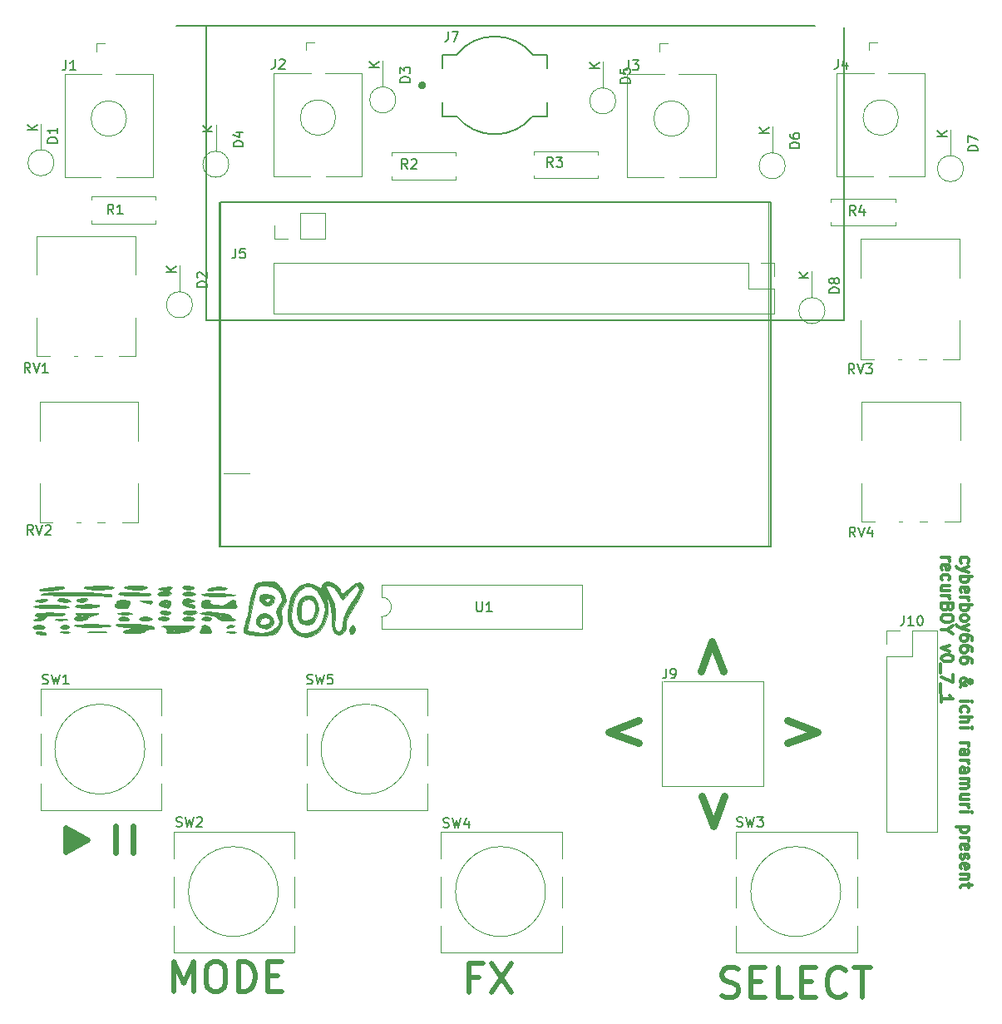
<source format=gto>
G04 #@! TF.GenerationSoftware,KiCad,Pcbnew,6.0.7*
G04 #@! TF.CreationDate,2022-12-24T12:27:27+13:00*
G04 #@! TF.ProjectId,recurBOY,72656375-7242-44f5-992e-6b696361645f,v0_7_1*
G04 #@! TF.SameCoordinates,Original*
G04 #@! TF.FileFunction,Legend,Top*
G04 #@! TF.FilePolarity,Positive*
%FSLAX46Y46*%
G04 Gerber Fmt 4.6, Leading zero omitted, Abs format (unit mm)*
G04 Created by KiCad (PCBNEW 6.0.7) date 2022-12-24 12:27:27*
%MOMM*%
%LPD*%
G01*
G04 APERTURE LIST*
%ADD10C,0.600000*%
%ADD11C,0.200000*%
%ADD12C,0.800000*%
%ADD13C,0.500000*%
%ADD14C,0.300000*%
%ADD15C,0.150000*%
%ADD16C,0.010000*%
%ADD17C,0.120000*%
%ADD18C,0.127000*%
%ADD19C,0.400000*%
G04 APERTURE END LIST*
D10*
X116300000Y-116500000D02*
X116300000Y-119200000D01*
D11*
X183000000Y-88000000D02*
X183000000Y-53000000D01*
X127000000Y-53000000D02*
X127000000Y-88000000D01*
X158000000Y-65000000D02*
X190500000Y-65000000D01*
X127000000Y-88000000D02*
X183000000Y-88000000D01*
X125500000Y-65000000D02*
X158000000Y-65000000D01*
X155000000Y-53000000D02*
X127000000Y-53000000D01*
X190500000Y-65000000D02*
X190500000Y-35200000D01*
X183000000Y-53000000D02*
X155000000Y-53000000D01*
D10*
X118100000Y-116500000D02*
X118100000Y-119200000D01*
D11*
X187500000Y-35000000D02*
X122500000Y-35000000D01*
X125500000Y-35000000D02*
X125500000Y-65000000D01*
D12*
X184726190Y-105742857D02*
X187773809Y-106885714D01*
X184726190Y-108028571D01*
X169573809Y-108057142D02*
X166526190Y-106914285D01*
X169573809Y-105771428D01*
D13*
X153300000Y-131885714D02*
X152300000Y-131885714D01*
X152300000Y-133457142D02*
X152300000Y-130457142D01*
X153728571Y-130457142D01*
X154585714Y-130457142D02*
X156585714Y-133457142D01*
X156585714Y-130457142D02*
X154585714Y-133457142D01*
D12*
X175892857Y-100723809D02*
X177035714Y-97676190D01*
X178178571Y-100723809D01*
D13*
X111400000Y-116771428D02*
X111400000Y-119057142D01*
X111542857Y-116914285D02*
X111542857Y-118914285D01*
X111685714Y-116914285D02*
X111685714Y-118914285D01*
X111828571Y-117057142D02*
X111828571Y-118771428D01*
X111971428Y-117057142D02*
X111971428Y-118771428D01*
X112114285Y-117200000D02*
X112114285Y-118628571D01*
X112257142Y-117200000D02*
X112257142Y-118628571D01*
X112400000Y-117342857D02*
X112400000Y-118485714D01*
X112542857Y-117485714D02*
X112542857Y-118342857D01*
X112685714Y-117485714D02*
X112685714Y-118342857D01*
X112828571Y-117628571D02*
X112828571Y-118200000D01*
X112971428Y-117628571D02*
X112971428Y-118200000D01*
X113114285Y-117914285D02*
X113257142Y-117914285D01*
X113114285Y-117771428D02*
X113114285Y-118057142D01*
X111257142Y-116771428D02*
X113400000Y-117914285D01*
X111257142Y-119057142D01*
X113542857Y-117914285D02*
X111257142Y-119200000D01*
X111257142Y-116628571D01*
X113542857Y-117914285D01*
D12*
X178307142Y-113476190D02*
X177164285Y-116523809D01*
X176021428Y-113476190D01*
D13*
X178021428Y-133764285D02*
X178450000Y-133907142D01*
X179164285Y-133907142D01*
X179450000Y-133764285D01*
X179592857Y-133621428D01*
X179735714Y-133335714D01*
X179735714Y-133050000D01*
X179592857Y-132764285D01*
X179450000Y-132621428D01*
X179164285Y-132478571D01*
X178592857Y-132335714D01*
X178307142Y-132192857D01*
X178164285Y-132050000D01*
X178021428Y-131764285D01*
X178021428Y-131478571D01*
X178164285Y-131192857D01*
X178307142Y-131050000D01*
X178592857Y-130907142D01*
X179307142Y-130907142D01*
X179735714Y-131050000D01*
X181021428Y-132335714D02*
X182021428Y-132335714D01*
X182450000Y-133907142D02*
X181021428Y-133907142D01*
X181021428Y-130907142D01*
X182450000Y-130907142D01*
X185164285Y-133907142D02*
X183735714Y-133907142D01*
X183735714Y-130907142D01*
X186164285Y-132335714D02*
X187164285Y-132335714D01*
X187592857Y-133907142D02*
X186164285Y-133907142D01*
X186164285Y-130907142D01*
X187592857Y-130907142D01*
X190592857Y-133621428D02*
X190450000Y-133764285D01*
X190021428Y-133907142D01*
X189735714Y-133907142D01*
X189307142Y-133764285D01*
X189021428Y-133478571D01*
X188878571Y-133192857D01*
X188735714Y-132621428D01*
X188735714Y-132192857D01*
X188878571Y-131621428D01*
X189021428Y-131335714D01*
X189307142Y-131050000D01*
X189735714Y-130907142D01*
X190021428Y-130907142D01*
X190450000Y-131050000D01*
X190592857Y-131192857D01*
X191450000Y-130907142D02*
X193164285Y-130907142D01*
X192307142Y-133907142D02*
X192307142Y-130907142D01*
D14*
X202380285Y-89695000D02*
X202323142Y-89580714D01*
X202323142Y-89352142D01*
X202380285Y-89237857D01*
X202437428Y-89180714D01*
X202551714Y-89123571D01*
X202894571Y-89123571D01*
X203008857Y-89180714D01*
X203066000Y-89237857D01*
X203123142Y-89352142D01*
X203123142Y-89580714D01*
X203066000Y-89695000D01*
X203123142Y-90095000D02*
X202323142Y-90380714D01*
X203123142Y-90666428D02*
X202323142Y-90380714D01*
X202037428Y-90266428D01*
X201980285Y-90209285D01*
X201923142Y-90095000D01*
X202323142Y-91123571D02*
X203523142Y-91123571D01*
X203066000Y-91123571D02*
X203123142Y-91237857D01*
X203123142Y-91466428D01*
X203066000Y-91580714D01*
X203008857Y-91637857D01*
X202894571Y-91695000D01*
X202551714Y-91695000D01*
X202437428Y-91637857D01*
X202380285Y-91580714D01*
X202323142Y-91466428D01*
X202323142Y-91237857D01*
X202380285Y-91123571D01*
X202380285Y-92666428D02*
X202323142Y-92552142D01*
X202323142Y-92323571D01*
X202380285Y-92209285D01*
X202494571Y-92152142D01*
X202951714Y-92152142D01*
X203066000Y-92209285D01*
X203123142Y-92323571D01*
X203123142Y-92552142D01*
X203066000Y-92666428D01*
X202951714Y-92723571D01*
X202837428Y-92723571D01*
X202723142Y-92152142D01*
X202323142Y-93237857D02*
X203123142Y-93237857D01*
X202894571Y-93237857D02*
X203008857Y-93295000D01*
X203066000Y-93352142D01*
X203123142Y-93466428D01*
X203123142Y-93580714D01*
X202323142Y-93980714D02*
X203523142Y-93980714D01*
X203066000Y-93980714D02*
X203123142Y-94095000D01*
X203123142Y-94323571D01*
X203066000Y-94437857D01*
X203008857Y-94495000D01*
X202894571Y-94552142D01*
X202551714Y-94552142D01*
X202437428Y-94495000D01*
X202380285Y-94437857D01*
X202323142Y-94323571D01*
X202323142Y-94095000D01*
X202380285Y-93980714D01*
X202323142Y-95237857D02*
X202380285Y-95123571D01*
X202437428Y-95066428D01*
X202551714Y-95009285D01*
X202894571Y-95009285D01*
X203008857Y-95066428D01*
X203066000Y-95123571D01*
X203123142Y-95237857D01*
X203123142Y-95409285D01*
X203066000Y-95523571D01*
X203008857Y-95580714D01*
X202894571Y-95637857D01*
X202551714Y-95637857D01*
X202437428Y-95580714D01*
X202380285Y-95523571D01*
X202323142Y-95409285D01*
X202323142Y-95237857D01*
X203123142Y-96037857D02*
X202323142Y-96323571D01*
X203123142Y-96609285D02*
X202323142Y-96323571D01*
X202037428Y-96209285D01*
X201980285Y-96152142D01*
X201923142Y-96037857D01*
X203523142Y-97580714D02*
X203523142Y-97352142D01*
X203466000Y-97237857D01*
X203408857Y-97180714D01*
X203237428Y-97066428D01*
X203008857Y-97009285D01*
X202551714Y-97009285D01*
X202437428Y-97066428D01*
X202380285Y-97123571D01*
X202323142Y-97237857D01*
X202323142Y-97466428D01*
X202380285Y-97580714D01*
X202437428Y-97637857D01*
X202551714Y-97695000D01*
X202837428Y-97695000D01*
X202951714Y-97637857D01*
X203008857Y-97580714D01*
X203066000Y-97466428D01*
X203066000Y-97237857D01*
X203008857Y-97123571D01*
X202951714Y-97066428D01*
X202837428Y-97009285D01*
X203523142Y-98723571D02*
X203523142Y-98495000D01*
X203466000Y-98380714D01*
X203408857Y-98323571D01*
X203237428Y-98209285D01*
X203008857Y-98152142D01*
X202551714Y-98152142D01*
X202437428Y-98209285D01*
X202380285Y-98266428D01*
X202323142Y-98380714D01*
X202323142Y-98609285D01*
X202380285Y-98723571D01*
X202437428Y-98780714D01*
X202551714Y-98837857D01*
X202837428Y-98837857D01*
X202951714Y-98780714D01*
X203008857Y-98723571D01*
X203066000Y-98609285D01*
X203066000Y-98380714D01*
X203008857Y-98266428D01*
X202951714Y-98209285D01*
X202837428Y-98152142D01*
X203523142Y-99866428D02*
X203523142Y-99637857D01*
X203466000Y-99523571D01*
X203408857Y-99466428D01*
X203237428Y-99352142D01*
X203008857Y-99295000D01*
X202551714Y-99295000D01*
X202437428Y-99352142D01*
X202380285Y-99409285D01*
X202323142Y-99523571D01*
X202323142Y-99752142D01*
X202380285Y-99866428D01*
X202437428Y-99923571D01*
X202551714Y-99980714D01*
X202837428Y-99980714D01*
X202951714Y-99923571D01*
X203008857Y-99866428D01*
X203066000Y-99752142D01*
X203066000Y-99523571D01*
X203008857Y-99409285D01*
X202951714Y-99352142D01*
X202837428Y-99295000D01*
X202323142Y-102380714D02*
X202323142Y-102323571D01*
X202380285Y-102209285D01*
X202551714Y-102037857D01*
X202894571Y-101752142D01*
X203066000Y-101637857D01*
X203237428Y-101580714D01*
X203351714Y-101580714D01*
X203466000Y-101637857D01*
X203523142Y-101752142D01*
X203523142Y-101809285D01*
X203466000Y-101923571D01*
X203351714Y-101980714D01*
X203294571Y-101980714D01*
X203180285Y-101923571D01*
X203123142Y-101866428D01*
X202894571Y-101523571D01*
X202837428Y-101466428D01*
X202723142Y-101409285D01*
X202551714Y-101409285D01*
X202437428Y-101466428D01*
X202380285Y-101523571D01*
X202323142Y-101637857D01*
X202323142Y-101809285D01*
X202380285Y-101923571D01*
X202437428Y-101980714D01*
X202666000Y-102152142D01*
X202837428Y-102209285D01*
X202951714Y-102209285D01*
X202323142Y-103809285D02*
X203123142Y-103809285D01*
X203523142Y-103809285D02*
X203466000Y-103752142D01*
X203408857Y-103809285D01*
X203466000Y-103866428D01*
X203523142Y-103809285D01*
X203408857Y-103809285D01*
X202380285Y-104895000D02*
X202323142Y-104780714D01*
X202323142Y-104552142D01*
X202380285Y-104437857D01*
X202437428Y-104380714D01*
X202551714Y-104323571D01*
X202894571Y-104323571D01*
X203008857Y-104380714D01*
X203066000Y-104437857D01*
X203123142Y-104552142D01*
X203123142Y-104780714D01*
X203066000Y-104895000D01*
X202323142Y-105409285D02*
X203523142Y-105409285D01*
X202323142Y-105923571D02*
X202951714Y-105923571D01*
X203066000Y-105866428D01*
X203123142Y-105752142D01*
X203123142Y-105580714D01*
X203066000Y-105466428D01*
X203008857Y-105409285D01*
X202323142Y-106495000D02*
X203123142Y-106495000D01*
X203523142Y-106495000D02*
X203466000Y-106437857D01*
X203408857Y-106495000D01*
X203466000Y-106552142D01*
X203523142Y-106495000D01*
X203408857Y-106495000D01*
X202323142Y-107980714D02*
X203123142Y-107980714D01*
X202894571Y-107980714D02*
X203008857Y-108037857D01*
X203066000Y-108095000D01*
X203123142Y-108209285D01*
X203123142Y-108323571D01*
X202323142Y-109237857D02*
X202951714Y-109237857D01*
X203066000Y-109180714D01*
X203123142Y-109066428D01*
X203123142Y-108837857D01*
X203066000Y-108723571D01*
X202380285Y-109237857D02*
X202323142Y-109123571D01*
X202323142Y-108837857D01*
X202380285Y-108723571D01*
X202494571Y-108666428D01*
X202608857Y-108666428D01*
X202723142Y-108723571D01*
X202780285Y-108837857D01*
X202780285Y-109123571D01*
X202837428Y-109237857D01*
X202323142Y-109809285D02*
X203123142Y-109809285D01*
X202894571Y-109809285D02*
X203008857Y-109866428D01*
X203066000Y-109923571D01*
X203123142Y-110037857D01*
X203123142Y-110152142D01*
X202323142Y-111066428D02*
X202951714Y-111066428D01*
X203066000Y-111009285D01*
X203123142Y-110895000D01*
X203123142Y-110666428D01*
X203066000Y-110552142D01*
X202380285Y-111066428D02*
X202323142Y-110952142D01*
X202323142Y-110666428D01*
X202380285Y-110552142D01*
X202494571Y-110495000D01*
X202608857Y-110495000D01*
X202723142Y-110552142D01*
X202780285Y-110666428D01*
X202780285Y-110952142D01*
X202837428Y-111066428D01*
X202323142Y-111637857D02*
X203123142Y-111637857D01*
X203008857Y-111637857D02*
X203066000Y-111695000D01*
X203123142Y-111809285D01*
X203123142Y-111980714D01*
X203066000Y-112095000D01*
X202951714Y-112152142D01*
X202323142Y-112152142D01*
X202951714Y-112152142D02*
X203066000Y-112209285D01*
X203123142Y-112323571D01*
X203123142Y-112495000D01*
X203066000Y-112609285D01*
X202951714Y-112666428D01*
X202323142Y-112666428D01*
X203123142Y-113752142D02*
X202323142Y-113752142D01*
X203123142Y-113237857D02*
X202494571Y-113237857D01*
X202380285Y-113295000D01*
X202323142Y-113409285D01*
X202323142Y-113580714D01*
X202380285Y-113695000D01*
X202437428Y-113752142D01*
X202323142Y-114323571D02*
X203123142Y-114323571D01*
X202894571Y-114323571D02*
X203008857Y-114380714D01*
X203066000Y-114437857D01*
X203123142Y-114552142D01*
X203123142Y-114666428D01*
X202323142Y-115066428D02*
X203123142Y-115066428D01*
X203523142Y-115066428D02*
X203466000Y-115009285D01*
X203408857Y-115066428D01*
X203466000Y-115123571D01*
X203523142Y-115066428D01*
X203408857Y-115066428D01*
X203123142Y-116552142D02*
X201923142Y-116552142D01*
X203066000Y-116552142D02*
X203123142Y-116666428D01*
X203123142Y-116895000D01*
X203066000Y-117009285D01*
X203008857Y-117066428D01*
X202894571Y-117123571D01*
X202551714Y-117123571D01*
X202437428Y-117066428D01*
X202380285Y-117009285D01*
X202323142Y-116895000D01*
X202323142Y-116666428D01*
X202380285Y-116552142D01*
X202323142Y-117637857D02*
X203123142Y-117637857D01*
X202894571Y-117637857D02*
X203008857Y-117695000D01*
X203066000Y-117752142D01*
X203123142Y-117866428D01*
X203123142Y-117980714D01*
X202380285Y-118837857D02*
X202323142Y-118723571D01*
X202323142Y-118495000D01*
X202380285Y-118380714D01*
X202494571Y-118323571D01*
X202951714Y-118323571D01*
X203066000Y-118380714D01*
X203123142Y-118495000D01*
X203123142Y-118723571D01*
X203066000Y-118837857D01*
X202951714Y-118895000D01*
X202837428Y-118895000D01*
X202723142Y-118323571D01*
X202380285Y-119352142D02*
X202323142Y-119466428D01*
X202323142Y-119695000D01*
X202380285Y-119809285D01*
X202494571Y-119866428D01*
X202551714Y-119866428D01*
X202666000Y-119809285D01*
X202723142Y-119695000D01*
X202723142Y-119523571D01*
X202780285Y-119409285D01*
X202894571Y-119352142D01*
X202951714Y-119352142D01*
X203066000Y-119409285D01*
X203123142Y-119523571D01*
X203123142Y-119695000D01*
X203066000Y-119809285D01*
X202380285Y-120837857D02*
X202323142Y-120723571D01*
X202323142Y-120495000D01*
X202380285Y-120380714D01*
X202494571Y-120323571D01*
X202951714Y-120323571D01*
X203066000Y-120380714D01*
X203123142Y-120495000D01*
X203123142Y-120723571D01*
X203066000Y-120837857D01*
X202951714Y-120895000D01*
X202837428Y-120895000D01*
X202723142Y-120323571D01*
X203123142Y-121409285D02*
X202323142Y-121409285D01*
X203008857Y-121409285D02*
X203066000Y-121466428D01*
X203123142Y-121580714D01*
X203123142Y-121752142D01*
X203066000Y-121866428D01*
X202951714Y-121923571D01*
X202323142Y-121923571D01*
X203123142Y-122323571D02*
X203123142Y-122780714D01*
X203523142Y-122495000D02*
X202494571Y-122495000D01*
X202380285Y-122552142D01*
X202323142Y-122666428D01*
X202323142Y-122780714D01*
X200391142Y-89180714D02*
X201191142Y-89180714D01*
X200962571Y-89180714D02*
X201076857Y-89237857D01*
X201134000Y-89295000D01*
X201191142Y-89409285D01*
X201191142Y-89523571D01*
X200448285Y-90380714D02*
X200391142Y-90266428D01*
X200391142Y-90037857D01*
X200448285Y-89923571D01*
X200562571Y-89866428D01*
X201019714Y-89866428D01*
X201134000Y-89923571D01*
X201191142Y-90037857D01*
X201191142Y-90266428D01*
X201134000Y-90380714D01*
X201019714Y-90437857D01*
X200905428Y-90437857D01*
X200791142Y-89866428D01*
X200448285Y-91466428D02*
X200391142Y-91352142D01*
X200391142Y-91123571D01*
X200448285Y-91009285D01*
X200505428Y-90952142D01*
X200619714Y-90895000D01*
X200962571Y-90895000D01*
X201076857Y-90952142D01*
X201134000Y-91009285D01*
X201191142Y-91123571D01*
X201191142Y-91352142D01*
X201134000Y-91466428D01*
X201191142Y-92495000D02*
X200391142Y-92495000D01*
X201191142Y-91980714D02*
X200562571Y-91980714D01*
X200448285Y-92037857D01*
X200391142Y-92152142D01*
X200391142Y-92323571D01*
X200448285Y-92437857D01*
X200505428Y-92495000D01*
X200391142Y-93066428D02*
X201191142Y-93066428D01*
X200962571Y-93066428D02*
X201076857Y-93123571D01*
X201134000Y-93180714D01*
X201191142Y-93295000D01*
X201191142Y-93409285D01*
X201019714Y-94209285D02*
X200962571Y-94380714D01*
X200905428Y-94437857D01*
X200791142Y-94495000D01*
X200619714Y-94495000D01*
X200505428Y-94437857D01*
X200448285Y-94380714D01*
X200391142Y-94266428D01*
X200391142Y-93809285D01*
X201591142Y-93809285D01*
X201591142Y-94209285D01*
X201534000Y-94323571D01*
X201476857Y-94380714D01*
X201362571Y-94437857D01*
X201248285Y-94437857D01*
X201134000Y-94380714D01*
X201076857Y-94323571D01*
X201019714Y-94209285D01*
X201019714Y-93809285D01*
X201591142Y-95237857D02*
X201591142Y-95466428D01*
X201534000Y-95580714D01*
X201419714Y-95695000D01*
X201191142Y-95752142D01*
X200791142Y-95752142D01*
X200562571Y-95695000D01*
X200448285Y-95580714D01*
X200391142Y-95466428D01*
X200391142Y-95237857D01*
X200448285Y-95123571D01*
X200562571Y-95009285D01*
X200791142Y-94952142D01*
X201191142Y-94952142D01*
X201419714Y-95009285D01*
X201534000Y-95123571D01*
X201591142Y-95237857D01*
X200962571Y-96495000D02*
X200391142Y-96495000D01*
X201591142Y-96095000D02*
X200962571Y-96495000D01*
X201591142Y-96895000D01*
X201191142Y-98095000D02*
X200391142Y-98380714D01*
X201191142Y-98666428D01*
X201591142Y-99352142D02*
X201591142Y-99466428D01*
X201534000Y-99580714D01*
X201476857Y-99637857D01*
X201362571Y-99695000D01*
X201134000Y-99752142D01*
X200848285Y-99752142D01*
X200619714Y-99695000D01*
X200505428Y-99637857D01*
X200448285Y-99580714D01*
X200391142Y-99466428D01*
X200391142Y-99352142D01*
X200448285Y-99237857D01*
X200505428Y-99180714D01*
X200619714Y-99123571D01*
X200848285Y-99066428D01*
X201134000Y-99066428D01*
X201362571Y-99123571D01*
X201476857Y-99180714D01*
X201534000Y-99237857D01*
X201591142Y-99352142D01*
X200276857Y-99980714D02*
X200276857Y-100895000D01*
X201591142Y-101066428D02*
X201591142Y-101866428D01*
X200391142Y-101352142D01*
X200276857Y-102037857D02*
X200276857Y-102952142D01*
X200391142Y-103866428D02*
X200391142Y-103180714D01*
X200391142Y-103523571D02*
X201591142Y-103523571D01*
X201419714Y-103409285D01*
X201305428Y-103295000D01*
X201248285Y-103180714D01*
D13*
X122221428Y-133307142D02*
X122221428Y-130307142D01*
X123221428Y-132450000D01*
X124221428Y-130307142D01*
X124221428Y-133307142D01*
X126221428Y-130307142D02*
X126792857Y-130307142D01*
X127078571Y-130450000D01*
X127364285Y-130735714D01*
X127507142Y-131307142D01*
X127507142Y-132307142D01*
X127364285Y-132878571D01*
X127078571Y-133164285D01*
X126792857Y-133307142D01*
X126221428Y-133307142D01*
X125935714Y-133164285D01*
X125650000Y-132878571D01*
X125507142Y-132307142D01*
X125507142Y-131307142D01*
X125650000Y-130735714D01*
X125935714Y-130450000D01*
X126221428Y-130307142D01*
X128792857Y-133307142D02*
X128792857Y-130307142D01*
X129507142Y-130307142D01*
X129935714Y-130450000D01*
X130221428Y-130735714D01*
X130364285Y-131021428D01*
X130507142Y-131592857D01*
X130507142Y-132021428D01*
X130364285Y-132592857D01*
X130221428Y-132878571D01*
X129935714Y-133164285D01*
X129507142Y-133307142D01*
X128792857Y-133307142D01*
X131792857Y-131735714D02*
X132792857Y-131735714D01*
X133221428Y-133307142D02*
X131792857Y-133307142D01*
X131792857Y-130307142D01*
X133221428Y-130307142D01*
D15*
X110352380Y-46938095D02*
X109352380Y-46938095D01*
X109352380Y-46700000D01*
X109400000Y-46557142D01*
X109495238Y-46461904D01*
X109590476Y-46414285D01*
X109780952Y-46366666D01*
X109923809Y-46366666D01*
X110114285Y-46414285D01*
X110209523Y-46461904D01*
X110304761Y-46557142D01*
X110352380Y-46700000D01*
X110352380Y-46938095D01*
X110352380Y-45414285D02*
X110352380Y-45985714D01*
X110352380Y-45700000D02*
X109352380Y-45700000D01*
X109495238Y-45795238D01*
X109590476Y-45890476D01*
X109638095Y-45985714D01*
X108352380Y-45661904D02*
X107352380Y-45661904D01*
X108352380Y-45090476D02*
X107780952Y-45519047D01*
X107352380Y-45090476D02*
X107923809Y-45661904D01*
X125578751Y-61628095D02*
X124578751Y-61628095D01*
X124578751Y-61390000D01*
X124626371Y-61247142D01*
X124721609Y-61151904D01*
X124816847Y-61104285D01*
X125007323Y-61056666D01*
X125150180Y-61056666D01*
X125340656Y-61104285D01*
X125435894Y-61151904D01*
X125531132Y-61247142D01*
X125578751Y-61390000D01*
X125578751Y-61628095D01*
X124673990Y-60675714D02*
X124626371Y-60628095D01*
X124578751Y-60532857D01*
X124578751Y-60294761D01*
X124626371Y-60199523D01*
X124673990Y-60151904D01*
X124769228Y-60104285D01*
X124864466Y-60104285D01*
X125007323Y-60151904D01*
X125578751Y-60723333D01*
X125578751Y-60104285D01*
X122452380Y-60111904D02*
X121452380Y-60111904D01*
X122452380Y-59540476D02*
X121880952Y-59969047D01*
X121452380Y-59540476D02*
X122023809Y-60111904D01*
X146278751Y-40778095D02*
X145278751Y-40778095D01*
X145278751Y-40540000D01*
X145326371Y-40397142D01*
X145421609Y-40301904D01*
X145516847Y-40254285D01*
X145707323Y-40206666D01*
X145850180Y-40206666D01*
X146040656Y-40254285D01*
X146135894Y-40301904D01*
X146231132Y-40397142D01*
X146278751Y-40540000D01*
X146278751Y-40778095D01*
X145278751Y-39873333D02*
X145278751Y-39254285D01*
X145659704Y-39587619D01*
X145659704Y-39444761D01*
X145707323Y-39349523D01*
X145754942Y-39301904D01*
X145850180Y-39254285D01*
X146088275Y-39254285D01*
X146183513Y-39301904D01*
X146231132Y-39349523D01*
X146278751Y-39444761D01*
X146278751Y-39730476D01*
X146231132Y-39825714D01*
X146183513Y-39873333D01*
X143152380Y-39261904D02*
X142152380Y-39261904D01*
X143152380Y-38690476D02*
X142580952Y-39119047D01*
X142152380Y-38690476D02*
X142723809Y-39261904D01*
X129278751Y-47328095D02*
X128278751Y-47328095D01*
X128278751Y-47090000D01*
X128326371Y-46947142D01*
X128421609Y-46851904D01*
X128516847Y-46804285D01*
X128707323Y-46756666D01*
X128850180Y-46756666D01*
X129040656Y-46804285D01*
X129135894Y-46851904D01*
X129231132Y-46947142D01*
X129278751Y-47090000D01*
X129278751Y-47328095D01*
X128612085Y-45899523D02*
X129278751Y-45899523D01*
X128231132Y-46137619D02*
X128945418Y-46375714D01*
X128945418Y-45756666D01*
X126152380Y-45811904D02*
X125152380Y-45811904D01*
X126152380Y-45240476D02*
X125580952Y-45669047D01*
X125152380Y-45240476D02*
X125723809Y-45811904D01*
X168678751Y-40878095D02*
X167678751Y-40878095D01*
X167678751Y-40640000D01*
X167726371Y-40497142D01*
X167821609Y-40401904D01*
X167916847Y-40354285D01*
X168107323Y-40306666D01*
X168250180Y-40306666D01*
X168440656Y-40354285D01*
X168535894Y-40401904D01*
X168631132Y-40497142D01*
X168678751Y-40640000D01*
X168678751Y-40878095D01*
X167678751Y-39401904D02*
X167678751Y-39878095D01*
X168154942Y-39925714D01*
X168107323Y-39878095D01*
X168059704Y-39782857D01*
X168059704Y-39544761D01*
X168107323Y-39449523D01*
X168154942Y-39401904D01*
X168250180Y-39354285D01*
X168488275Y-39354285D01*
X168583513Y-39401904D01*
X168631132Y-39449523D01*
X168678751Y-39544761D01*
X168678751Y-39782857D01*
X168631132Y-39878095D01*
X168583513Y-39925714D01*
X165552380Y-39361904D02*
X164552380Y-39361904D01*
X165552380Y-38790476D02*
X164980952Y-39219047D01*
X164552380Y-38790476D02*
X165123809Y-39361904D01*
X185928751Y-47478095D02*
X184928751Y-47478095D01*
X184928751Y-47240000D01*
X184976371Y-47097142D01*
X185071609Y-47001904D01*
X185166847Y-46954285D01*
X185357323Y-46906666D01*
X185500180Y-46906666D01*
X185690656Y-46954285D01*
X185785894Y-47001904D01*
X185881132Y-47097142D01*
X185928751Y-47240000D01*
X185928751Y-47478095D01*
X184928751Y-46049523D02*
X184928751Y-46240000D01*
X184976371Y-46335238D01*
X185023990Y-46382857D01*
X185166847Y-46478095D01*
X185357323Y-46525714D01*
X185738275Y-46525714D01*
X185833513Y-46478095D01*
X185881132Y-46430476D01*
X185928751Y-46335238D01*
X185928751Y-46144761D01*
X185881132Y-46049523D01*
X185833513Y-46001904D01*
X185738275Y-45954285D01*
X185500180Y-45954285D01*
X185404942Y-46001904D01*
X185357323Y-46049523D01*
X185309704Y-46144761D01*
X185309704Y-46335238D01*
X185357323Y-46430476D01*
X185404942Y-46478095D01*
X185500180Y-46525714D01*
X182802380Y-45961904D02*
X181802380Y-45961904D01*
X182802380Y-45390476D02*
X182230952Y-45819047D01*
X181802380Y-45390476D02*
X182373809Y-45961904D01*
X204078751Y-47778095D02*
X203078751Y-47778095D01*
X203078751Y-47540000D01*
X203126371Y-47397142D01*
X203221609Y-47301904D01*
X203316847Y-47254285D01*
X203507323Y-47206666D01*
X203650180Y-47206666D01*
X203840656Y-47254285D01*
X203935894Y-47301904D01*
X204031132Y-47397142D01*
X204078751Y-47540000D01*
X204078751Y-47778095D01*
X203078751Y-46873333D02*
X203078751Y-46206666D01*
X204078751Y-46635238D01*
X200952380Y-46261904D02*
X199952380Y-46261904D01*
X200952380Y-45690476D02*
X200380952Y-46119047D01*
X199952380Y-45690476D02*
X200523809Y-46261904D01*
X189978751Y-62228095D02*
X188978751Y-62228095D01*
X188978751Y-61990000D01*
X189026371Y-61847142D01*
X189121609Y-61751904D01*
X189216847Y-61704285D01*
X189407323Y-61656666D01*
X189550180Y-61656666D01*
X189740656Y-61704285D01*
X189835894Y-61751904D01*
X189931132Y-61847142D01*
X189978751Y-61990000D01*
X189978751Y-62228095D01*
X189407323Y-61085238D02*
X189359704Y-61180476D01*
X189312085Y-61228095D01*
X189216847Y-61275714D01*
X189169228Y-61275714D01*
X189073990Y-61228095D01*
X189026371Y-61180476D01*
X188978751Y-61085238D01*
X188978751Y-60894761D01*
X189026371Y-60799523D01*
X189073990Y-60751904D01*
X189169228Y-60704285D01*
X189216847Y-60704285D01*
X189312085Y-60751904D01*
X189359704Y-60799523D01*
X189407323Y-60894761D01*
X189407323Y-61085238D01*
X189454942Y-61180476D01*
X189502561Y-61228095D01*
X189597799Y-61275714D01*
X189788275Y-61275714D01*
X189883513Y-61228095D01*
X189931132Y-61180476D01*
X189978751Y-61085238D01*
X189978751Y-60894761D01*
X189931132Y-60799523D01*
X189883513Y-60751904D01*
X189788275Y-60704285D01*
X189597799Y-60704285D01*
X189502561Y-60751904D01*
X189454942Y-60799523D01*
X189407323Y-60894761D01*
X186852380Y-60711904D02*
X185852380Y-60711904D01*
X186852380Y-60140476D02*
X186280952Y-60569047D01*
X185852380Y-60140476D02*
X186423809Y-60711904D01*
X111236666Y-38532380D02*
X111236666Y-39246666D01*
X111189047Y-39389523D01*
X111093809Y-39484761D01*
X110950952Y-39532380D01*
X110855714Y-39532380D01*
X112236666Y-39532380D02*
X111665238Y-39532380D01*
X111950952Y-39532380D02*
X111950952Y-38532380D01*
X111855714Y-38675238D01*
X111760476Y-38770476D01*
X111665238Y-38818095D01*
X132536666Y-38432380D02*
X132536666Y-39146666D01*
X132489047Y-39289523D01*
X132393809Y-39384761D01*
X132250952Y-39432380D01*
X132155714Y-39432380D01*
X132965238Y-38527619D02*
X133012857Y-38480000D01*
X133108095Y-38432380D01*
X133346190Y-38432380D01*
X133441428Y-38480000D01*
X133489047Y-38527619D01*
X133536666Y-38622857D01*
X133536666Y-38718095D01*
X133489047Y-38860952D01*
X132917619Y-39432380D01*
X133536666Y-39432380D01*
X168536666Y-38532380D02*
X168536666Y-39246666D01*
X168489047Y-39389523D01*
X168393809Y-39484761D01*
X168250952Y-39532380D01*
X168155714Y-39532380D01*
X168917619Y-38532380D02*
X169536666Y-38532380D01*
X169203333Y-38913333D01*
X169346190Y-38913333D01*
X169441428Y-38960952D01*
X169489047Y-39008571D01*
X169536666Y-39103809D01*
X169536666Y-39341904D01*
X169489047Y-39437142D01*
X169441428Y-39484761D01*
X169346190Y-39532380D01*
X169060476Y-39532380D01*
X168965238Y-39484761D01*
X168917619Y-39437142D01*
X189836666Y-38432380D02*
X189836666Y-39146666D01*
X189789047Y-39289523D01*
X189693809Y-39384761D01*
X189550952Y-39432380D01*
X189455714Y-39432380D01*
X190741428Y-38765714D02*
X190741428Y-39432380D01*
X190503333Y-38384761D02*
X190265238Y-39099047D01*
X190884285Y-39099047D01*
X128516666Y-57702380D02*
X128516666Y-58416666D01*
X128469047Y-58559523D01*
X128373809Y-58654761D01*
X128230952Y-58702380D01*
X128135714Y-58702380D01*
X129469047Y-57702380D02*
X128992857Y-57702380D01*
X128945238Y-58178571D01*
X128992857Y-58130952D01*
X129088095Y-58083333D01*
X129326190Y-58083333D01*
X129421428Y-58130952D01*
X129469047Y-58178571D01*
X129516666Y-58273809D01*
X129516666Y-58511904D01*
X129469047Y-58607142D01*
X129421428Y-58654761D01*
X129326190Y-58702380D01*
X129088095Y-58702380D01*
X128992857Y-58654761D01*
X128945238Y-58607142D01*
X172366666Y-100452380D02*
X172366666Y-101166666D01*
X172319047Y-101309523D01*
X172223809Y-101404761D01*
X172080952Y-101452380D01*
X171985714Y-101452380D01*
X172890476Y-101452380D02*
X173080952Y-101452380D01*
X173176190Y-101404761D01*
X173223809Y-101357142D01*
X173319047Y-101214285D01*
X173366666Y-101023809D01*
X173366666Y-100642857D01*
X173319047Y-100547619D01*
X173271428Y-100500000D01*
X173176190Y-100452380D01*
X172985714Y-100452380D01*
X172890476Y-100500000D01*
X172842857Y-100547619D01*
X172795238Y-100642857D01*
X172795238Y-100880952D01*
X172842857Y-100976190D01*
X172890476Y-101023809D01*
X172985714Y-101071428D01*
X173176190Y-101071428D01*
X173271428Y-101023809D01*
X173319047Y-100976190D01*
X173366666Y-100880952D01*
X196560476Y-95072380D02*
X196560476Y-95786666D01*
X196512857Y-95929523D01*
X196417619Y-96024761D01*
X196274761Y-96072380D01*
X196179523Y-96072380D01*
X197560476Y-96072380D02*
X196989047Y-96072380D01*
X197274761Y-96072380D02*
X197274761Y-95072380D01*
X197179523Y-95215238D01*
X197084285Y-95310476D01*
X196989047Y-95358095D01*
X198179523Y-95072380D02*
X198274761Y-95072380D01*
X198370000Y-95120000D01*
X198417619Y-95167619D01*
X198465238Y-95262857D01*
X198512857Y-95453333D01*
X198512857Y-95691428D01*
X198465238Y-95881904D01*
X198417619Y-95977142D01*
X198370000Y-96024761D01*
X198274761Y-96072380D01*
X198179523Y-96072380D01*
X198084285Y-96024761D01*
X198036666Y-95977142D01*
X197989047Y-95881904D01*
X197941428Y-95691428D01*
X197941428Y-95453333D01*
X197989047Y-95262857D01*
X198036666Y-95167619D01*
X198084285Y-95120000D01*
X198179523Y-95072380D01*
X116083333Y-54202380D02*
X115750000Y-53726190D01*
X115511904Y-54202380D02*
X115511904Y-53202380D01*
X115892857Y-53202380D01*
X115988095Y-53250000D01*
X116035714Y-53297619D01*
X116083333Y-53392857D01*
X116083333Y-53535714D01*
X116035714Y-53630952D01*
X115988095Y-53678571D01*
X115892857Y-53726190D01*
X115511904Y-53726190D01*
X117035714Y-54202380D02*
X116464285Y-54202380D01*
X116750000Y-54202380D02*
X116750000Y-53202380D01*
X116654761Y-53345238D01*
X116559523Y-53440476D01*
X116464285Y-53488095D01*
X146033333Y-49602380D02*
X145700000Y-49126190D01*
X145461904Y-49602380D02*
X145461904Y-48602380D01*
X145842857Y-48602380D01*
X145938095Y-48650000D01*
X145985714Y-48697619D01*
X146033333Y-48792857D01*
X146033333Y-48935714D01*
X145985714Y-49030952D01*
X145938095Y-49078571D01*
X145842857Y-49126190D01*
X145461904Y-49126190D01*
X146414285Y-48697619D02*
X146461904Y-48650000D01*
X146557142Y-48602380D01*
X146795238Y-48602380D01*
X146890476Y-48650000D01*
X146938095Y-48697619D01*
X146985714Y-48792857D01*
X146985714Y-48888095D01*
X146938095Y-49030952D01*
X146366666Y-49602380D01*
X146985714Y-49602380D01*
X160833333Y-49402380D02*
X160500000Y-48926190D01*
X160261904Y-49402380D02*
X160261904Y-48402380D01*
X160642857Y-48402380D01*
X160738095Y-48450000D01*
X160785714Y-48497619D01*
X160833333Y-48592857D01*
X160833333Y-48735714D01*
X160785714Y-48830952D01*
X160738095Y-48878571D01*
X160642857Y-48926190D01*
X160261904Y-48926190D01*
X161166666Y-48402380D02*
X161785714Y-48402380D01*
X161452380Y-48783333D01*
X161595238Y-48783333D01*
X161690476Y-48830952D01*
X161738095Y-48878571D01*
X161785714Y-48973809D01*
X161785714Y-49211904D01*
X161738095Y-49307142D01*
X161690476Y-49354761D01*
X161595238Y-49402380D01*
X161309523Y-49402380D01*
X161214285Y-49354761D01*
X161166666Y-49307142D01*
X191633333Y-54302380D02*
X191300000Y-53826190D01*
X191061904Y-54302380D02*
X191061904Y-53302380D01*
X191442857Y-53302380D01*
X191538095Y-53350000D01*
X191585714Y-53397619D01*
X191633333Y-53492857D01*
X191633333Y-53635714D01*
X191585714Y-53730952D01*
X191538095Y-53778571D01*
X191442857Y-53826190D01*
X191061904Y-53826190D01*
X192490476Y-53635714D02*
X192490476Y-54302380D01*
X192252380Y-53254761D02*
X192014285Y-53969047D01*
X192633333Y-53969047D01*
X107604761Y-70352380D02*
X107271428Y-69876190D01*
X107033333Y-70352380D02*
X107033333Y-69352380D01*
X107414285Y-69352380D01*
X107509523Y-69400000D01*
X107557142Y-69447619D01*
X107604761Y-69542857D01*
X107604761Y-69685714D01*
X107557142Y-69780952D01*
X107509523Y-69828571D01*
X107414285Y-69876190D01*
X107033333Y-69876190D01*
X107890476Y-69352380D02*
X108223809Y-70352380D01*
X108557142Y-69352380D01*
X109414285Y-70352380D02*
X108842857Y-70352380D01*
X109128571Y-70352380D02*
X109128571Y-69352380D01*
X109033333Y-69495238D01*
X108938095Y-69590476D01*
X108842857Y-69638095D01*
X107904761Y-86852380D02*
X107571428Y-86376190D01*
X107333333Y-86852380D02*
X107333333Y-85852380D01*
X107714285Y-85852380D01*
X107809523Y-85900000D01*
X107857142Y-85947619D01*
X107904761Y-86042857D01*
X107904761Y-86185714D01*
X107857142Y-86280952D01*
X107809523Y-86328571D01*
X107714285Y-86376190D01*
X107333333Y-86376190D01*
X108190476Y-85852380D02*
X108523809Y-86852380D01*
X108857142Y-85852380D01*
X109142857Y-85947619D02*
X109190476Y-85900000D01*
X109285714Y-85852380D01*
X109523809Y-85852380D01*
X109619047Y-85900000D01*
X109666666Y-85947619D01*
X109714285Y-86042857D01*
X109714285Y-86138095D01*
X109666666Y-86280952D01*
X109095238Y-86852380D01*
X109714285Y-86852380D01*
X191504761Y-70452380D02*
X191171428Y-69976190D01*
X190933333Y-70452380D02*
X190933333Y-69452380D01*
X191314285Y-69452380D01*
X191409523Y-69500000D01*
X191457142Y-69547619D01*
X191504761Y-69642857D01*
X191504761Y-69785714D01*
X191457142Y-69880952D01*
X191409523Y-69928571D01*
X191314285Y-69976190D01*
X190933333Y-69976190D01*
X191790476Y-69452380D02*
X192123809Y-70452380D01*
X192457142Y-69452380D01*
X192695238Y-69452380D02*
X193314285Y-69452380D01*
X192980952Y-69833333D01*
X193123809Y-69833333D01*
X193219047Y-69880952D01*
X193266666Y-69928571D01*
X193314285Y-70023809D01*
X193314285Y-70261904D01*
X193266666Y-70357142D01*
X193219047Y-70404761D01*
X193123809Y-70452380D01*
X192838095Y-70452380D01*
X192742857Y-70404761D01*
X192695238Y-70357142D01*
X191604761Y-87052380D02*
X191271428Y-86576190D01*
X191033333Y-87052380D02*
X191033333Y-86052380D01*
X191414285Y-86052380D01*
X191509523Y-86100000D01*
X191557142Y-86147619D01*
X191604761Y-86242857D01*
X191604761Y-86385714D01*
X191557142Y-86480952D01*
X191509523Y-86528571D01*
X191414285Y-86576190D01*
X191033333Y-86576190D01*
X191890476Y-86052380D02*
X192223809Y-87052380D01*
X192557142Y-86052380D01*
X193319047Y-86385714D02*
X193319047Y-87052380D01*
X193080952Y-86004761D02*
X192842857Y-86719047D01*
X193461904Y-86719047D01*
X153038095Y-93652380D02*
X153038095Y-94461904D01*
X153085714Y-94557142D01*
X153133333Y-94604761D01*
X153228571Y-94652380D01*
X153419047Y-94652380D01*
X153514285Y-94604761D01*
X153561904Y-94557142D01*
X153609523Y-94461904D01*
X153609523Y-93652380D01*
X154609523Y-94652380D02*
X154038095Y-94652380D01*
X154323809Y-94652380D02*
X154323809Y-93652380D01*
X154228571Y-93795238D01*
X154133333Y-93890476D01*
X154038095Y-93938095D01*
X150166190Y-35651597D02*
X150166190Y-36366905D01*
X150118502Y-36509966D01*
X150023128Y-36605340D01*
X149880067Y-36653027D01*
X149784692Y-36653027D01*
X150547687Y-35651597D02*
X151215307Y-35651597D01*
X150786122Y-36653027D01*
X179566666Y-116504761D02*
X179709523Y-116552380D01*
X179947619Y-116552380D01*
X180042857Y-116504761D01*
X180090476Y-116457142D01*
X180138095Y-116361904D01*
X180138095Y-116266666D01*
X180090476Y-116171428D01*
X180042857Y-116123809D01*
X179947619Y-116076190D01*
X179757142Y-116028571D01*
X179661904Y-115980952D01*
X179614285Y-115933333D01*
X179566666Y-115838095D01*
X179566666Y-115742857D01*
X179614285Y-115647619D01*
X179661904Y-115600000D01*
X179757142Y-115552380D01*
X179995238Y-115552380D01*
X180138095Y-115600000D01*
X180471428Y-115552380D02*
X180709523Y-116552380D01*
X180900000Y-115838095D01*
X181090476Y-116552380D01*
X181328571Y-115552380D01*
X181614285Y-115552380D02*
X182233333Y-115552380D01*
X181900000Y-115933333D01*
X182042857Y-115933333D01*
X182138095Y-115980952D01*
X182185714Y-116028571D01*
X182233333Y-116123809D01*
X182233333Y-116361904D01*
X182185714Y-116457142D01*
X182138095Y-116504761D01*
X182042857Y-116552380D01*
X181757142Y-116552380D01*
X181661904Y-116504761D01*
X181614285Y-116457142D01*
X108866666Y-102004761D02*
X109009523Y-102052380D01*
X109247619Y-102052380D01*
X109342857Y-102004761D01*
X109390476Y-101957142D01*
X109438095Y-101861904D01*
X109438095Y-101766666D01*
X109390476Y-101671428D01*
X109342857Y-101623809D01*
X109247619Y-101576190D01*
X109057142Y-101528571D01*
X108961904Y-101480952D01*
X108914285Y-101433333D01*
X108866666Y-101338095D01*
X108866666Y-101242857D01*
X108914285Y-101147619D01*
X108961904Y-101100000D01*
X109057142Y-101052380D01*
X109295238Y-101052380D01*
X109438095Y-101100000D01*
X109771428Y-101052380D02*
X110009523Y-102052380D01*
X110200000Y-101338095D01*
X110390476Y-102052380D01*
X110628571Y-101052380D01*
X111533333Y-102052380D02*
X110961904Y-102052380D01*
X111247619Y-102052380D02*
X111247619Y-101052380D01*
X111152380Y-101195238D01*
X111057142Y-101290476D01*
X110961904Y-101338095D01*
X122466666Y-116504761D02*
X122609523Y-116552380D01*
X122847619Y-116552380D01*
X122942857Y-116504761D01*
X122990476Y-116457142D01*
X123038095Y-116361904D01*
X123038095Y-116266666D01*
X122990476Y-116171428D01*
X122942857Y-116123809D01*
X122847619Y-116076190D01*
X122657142Y-116028571D01*
X122561904Y-115980952D01*
X122514285Y-115933333D01*
X122466666Y-115838095D01*
X122466666Y-115742857D01*
X122514285Y-115647619D01*
X122561904Y-115600000D01*
X122657142Y-115552380D01*
X122895238Y-115552380D01*
X123038095Y-115600000D01*
X123371428Y-115552380D02*
X123609523Y-116552380D01*
X123800000Y-115838095D01*
X123990476Y-116552380D01*
X124228571Y-115552380D01*
X124561904Y-115647619D02*
X124609523Y-115600000D01*
X124704761Y-115552380D01*
X124942857Y-115552380D01*
X125038095Y-115600000D01*
X125085714Y-115647619D01*
X125133333Y-115742857D01*
X125133333Y-115838095D01*
X125085714Y-115980952D01*
X124514285Y-116552380D01*
X125133333Y-116552380D01*
X135766666Y-102004761D02*
X135909523Y-102052380D01*
X136147619Y-102052380D01*
X136242857Y-102004761D01*
X136290476Y-101957142D01*
X136338095Y-101861904D01*
X136338095Y-101766666D01*
X136290476Y-101671428D01*
X136242857Y-101623809D01*
X136147619Y-101576190D01*
X135957142Y-101528571D01*
X135861904Y-101480952D01*
X135814285Y-101433333D01*
X135766666Y-101338095D01*
X135766666Y-101242857D01*
X135814285Y-101147619D01*
X135861904Y-101100000D01*
X135957142Y-101052380D01*
X136195238Y-101052380D01*
X136338095Y-101100000D01*
X136671428Y-101052380D02*
X136909523Y-102052380D01*
X137100000Y-101338095D01*
X137290476Y-102052380D01*
X137528571Y-101052380D01*
X138385714Y-101052380D02*
X137909523Y-101052380D01*
X137861904Y-101528571D01*
X137909523Y-101480952D01*
X138004761Y-101433333D01*
X138242857Y-101433333D01*
X138338095Y-101480952D01*
X138385714Y-101528571D01*
X138433333Y-101623809D01*
X138433333Y-101861904D01*
X138385714Y-101957142D01*
X138338095Y-102004761D01*
X138242857Y-102052380D01*
X138004761Y-102052380D01*
X137909523Y-102004761D01*
X137861904Y-101957142D01*
X149666666Y-116604761D02*
X149809523Y-116652380D01*
X150047619Y-116652380D01*
X150142857Y-116604761D01*
X150190476Y-116557142D01*
X150238095Y-116461904D01*
X150238095Y-116366666D01*
X150190476Y-116271428D01*
X150142857Y-116223809D01*
X150047619Y-116176190D01*
X149857142Y-116128571D01*
X149761904Y-116080952D01*
X149714285Y-116033333D01*
X149666666Y-115938095D01*
X149666666Y-115842857D01*
X149714285Y-115747619D01*
X149761904Y-115700000D01*
X149857142Y-115652380D01*
X150095238Y-115652380D01*
X150238095Y-115700000D01*
X150571428Y-115652380D02*
X150809523Y-116652380D01*
X151000000Y-115938095D01*
X151190476Y-116652380D01*
X151428571Y-115652380D01*
X152238095Y-115985714D02*
X152238095Y-116652380D01*
X152000000Y-115604761D02*
X151761904Y-116319047D01*
X152380952Y-116319047D01*
G36*
X119749663Y-95238580D02*
G01*
X120014167Y-95385000D01*
X119924742Y-95529030D01*
X119493525Y-95595104D01*
X119391659Y-95596666D01*
X118897051Y-95544322D01*
X118646109Y-95415346D01*
X118638334Y-95385000D01*
X118821975Y-95235245D01*
X119260842Y-95173333D01*
X119749663Y-95238580D01*
G37*
D16*
X119749663Y-95238580D02*
X120014167Y-95385000D01*
X119924742Y-95529030D01*
X119493525Y-95595104D01*
X119391659Y-95596666D01*
X118897051Y-95544322D01*
X118646109Y-95415346D01*
X118638334Y-95385000D01*
X118821975Y-95235245D01*
X119260842Y-95173333D01*
X119749663Y-95238580D01*
G36*
X117693008Y-95889078D02*
G01*
X118470565Y-95936909D01*
X119220078Y-96015199D01*
X119829753Y-96116685D01*
X120187798Y-96234100D01*
X120215250Y-96254794D01*
X120200312Y-96393532D01*
X119844833Y-96443333D01*
X119427229Y-96510872D01*
X119273334Y-96655000D01*
X119081588Y-96769141D01*
X118585390Y-96845991D01*
X118066833Y-96866666D01*
X117400913Y-96837361D01*
X117067748Y-96756157D01*
X117061417Y-96672923D01*
X117413437Y-96487489D01*
X117791667Y-96384248D01*
X117924182Y-96325944D01*
X117677144Y-96279488D01*
X117315417Y-96260491D01*
X116715555Y-96199359D01*
X116359278Y-96075706D01*
X116310000Y-96000998D01*
X116500932Y-95913858D01*
X116999199Y-95878972D01*
X117693008Y-95889078D01*
G37*
X117693008Y-95889078D02*
X118470565Y-95936909D01*
X119220078Y-96015199D01*
X119829753Y-96116685D01*
X120187798Y-96234100D01*
X120215250Y-96254794D01*
X120200312Y-96393532D01*
X119844833Y-96443333D01*
X119427229Y-96510872D01*
X119273334Y-96655000D01*
X119081588Y-96769141D01*
X118585390Y-96845991D01*
X118066833Y-96866666D01*
X117400913Y-96837361D01*
X117067748Y-96756157D01*
X117061417Y-96672923D01*
X117413437Y-96487489D01*
X117791667Y-96384248D01*
X117924182Y-96325944D01*
X117677144Y-96279488D01*
X117315417Y-96260491D01*
X116715555Y-96199359D01*
X116359278Y-96075706D01*
X116310000Y-96000998D01*
X116500932Y-95913858D01*
X116999199Y-95878972D01*
X117693008Y-95889078D01*
G36*
X121097514Y-96183076D02*
G01*
X121036218Y-96173212D01*
X120977313Y-96135243D01*
X121283092Y-96102254D01*
X121894904Y-96078294D01*
X122554167Y-96068424D01*
X123400848Y-96073103D01*
X124022571Y-96097549D01*
X124346840Y-96137497D01*
X124353334Y-96174282D01*
X123984447Y-96408052D01*
X123896565Y-96508958D01*
X123623674Y-96642676D01*
X123066755Y-96762327D01*
X122570121Y-96821223D01*
X121897997Y-96861136D01*
X121562549Y-96824977D01*
X121481135Y-96694841D01*
X121508941Y-96591334D01*
X121500778Y-96513888D01*
X122095556Y-96513888D01*
X122124611Y-96639724D01*
X122236667Y-96655000D01*
X122410892Y-96577554D01*
X122377778Y-96513888D01*
X122126579Y-96488556D01*
X122095556Y-96513888D01*
X121500778Y-96513888D01*
X121481069Y-96326908D01*
X121097514Y-96183076D01*
G37*
X121097514Y-96183076D02*
X121036218Y-96173212D01*
X120977313Y-96135243D01*
X121283092Y-96102254D01*
X121894904Y-96078294D01*
X122554167Y-96068424D01*
X123400848Y-96073103D01*
X124022571Y-96097549D01*
X124346840Y-96137497D01*
X124353334Y-96174282D01*
X123984447Y-96408052D01*
X123896565Y-96508958D01*
X123623674Y-96642676D01*
X123066755Y-96762327D01*
X122570121Y-96821223D01*
X121897997Y-96861136D01*
X121562549Y-96824977D01*
X121481135Y-96694841D01*
X121508941Y-96591334D01*
X121500778Y-96513888D01*
X122095556Y-96513888D01*
X122124611Y-96639724D01*
X122236667Y-96655000D01*
X122410892Y-96577554D01*
X122377778Y-96513888D01*
X122126579Y-96488556D01*
X122095556Y-96513888D01*
X121500778Y-96513888D01*
X121481069Y-96326908D01*
X121097514Y-96183076D01*
G36*
X113358967Y-93325658D02*
G01*
X113456675Y-93472738D01*
X113452500Y-93480000D01*
X113160732Y-93643847D01*
X112805008Y-93691666D01*
X112413237Y-93617617D01*
X112288334Y-93480000D01*
X112472546Y-93332493D01*
X112917594Y-93268416D01*
X112935825Y-93268333D01*
X113358967Y-93325658D01*
G37*
X113358967Y-93325658D02*
X113456675Y-93472738D01*
X113452500Y-93480000D01*
X113160732Y-93643847D01*
X112805008Y-93691666D01*
X112413237Y-93617617D01*
X112288334Y-93480000D01*
X112472546Y-93332493D01*
X112917594Y-93268416D01*
X112935825Y-93268333D01*
X113358967Y-93325658D01*
G36*
X125598871Y-94961678D02*
G01*
X125587643Y-94961666D01*
X125090961Y-94927932D01*
X124873459Y-94842699D01*
X124893084Y-94793934D01*
X125225054Y-94692980D01*
X125797928Y-94664239D01*
X126483957Y-94696149D01*
X127155396Y-94777142D01*
X127684498Y-94895653D01*
X127943515Y-95040118D01*
X127951667Y-95070839D01*
X128131554Y-95327953D01*
X128427917Y-95447286D01*
X128511151Y-95501611D01*
X128232217Y-95546888D01*
X127815563Y-95567841D01*
X127091822Y-95544482D01*
X126705514Y-95413648D01*
X126605123Y-95279166D01*
X126328194Y-95067500D01*
X126893334Y-95067500D01*
X126999167Y-95173333D01*
X127105000Y-95067500D01*
X126999167Y-94961666D01*
X126893334Y-95067500D01*
X126328194Y-95067500D01*
X126294217Y-95041531D01*
X125598871Y-94961678D01*
G37*
X125598871Y-94961678D02*
X125587643Y-94961666D01*
X125090961Y-94927932D01*
X124873459Y-94842699D01*
X124893084Y-94793934D01*
X125225054Y-94692980D01*
X125797928Y-94664239D01*
X126483957Y-94696149D01*
X127155396Y-94777142D01*
X127684498Y-94895653D01*
X127943515Y-95040118D01*
X127951667Y-95070839D01*
X128131554Y-95327953D01*
X128427917Y-95447286D01*
X128511151Y-95501611D01*
X128232217Y-95546888D01*
X127815563Y-95567841D01*
X127091822Y-95544482D01*
X126705514Y-95413648D01*
X126605123Y-95279166D01*
X126328194Y-95067500D01*
X126893334Y-95067500D01*
X126999167Y-95173333D01*
X127105000Y-95067500D01*
X126999167Y-94961666D01*
X126893334Y-95067500D01*
X126328194Y-95067500D01*
X126294217Y-95041531D01*
X125598871Y-94961678D01*
G36*
X128536218Y-96721234D02*
G01*
X128585697Y-96778449D01*
X128281732Y-96810553D01*
X128057500Y-96813287D01*
X127647590Y-96792447D01*
X127585400Y-96744640D01*
X127689551Y-96716963D01*
X128241077Y-96682884D01*
X128536218Y-96721234D01*
G37*
X128536218Y-96721234D02*
X128585697Y-96778449D01*
X128281732Y-96810553D01*
X128057500Y-96813287D01*
X127647590Y-96792447D01*
X127585400Y-96744640D01*
X127689551Y-96716963D01*
X128241077Y-96682884D01*
X128536218Y-96721234D01*
G36*
X130721657Y-95323478D02*
G01*
X131053981Y-94861720D01*
X131501309Y-94779214D01*
X131987249Y-94969113D01*
X132336889Y-95355698D01*
X132349496Y-95856673D01*
X132142667Y-96189333D01*
X131635322Y-96428166D01*
X131034534Y-96295247D01*
X130833971Y-96170144D01*
X130591451Y-95913733D01*
X130598328Y-95816904D01*
X130931922Y-95816904D01*
X131105726Y-95986073D01*
X131497084Y-95981142D01*
X131942075Y-95827834D01*
X132079167Y-95599565D01*
X131913761Y-95310300D01*
X131550947Y-95203997D01*
X131190831Y-95318035D01*
X131102355Y-95417090D01*
X130931922Y-95816904D01*
X130598328Y-95816904D01*
X130615023Y-95581865D01*
X130721657Y-95323478D01*
G37*
X130721657Y-95323478D02*
X131053981Y-94861720D01*
X131501309Y-94779214D01*
X131987249Y-94969113D01*
X132336889Y-95355698D01*
X132349496Y-95856673D01*
X132142667Y-96189333D01*
X131635322Y-96428166D01*
X131034534Y-96295247D01*
X130833971Y-96170144D01*
X130591451Y-95913733D01*
X130598328Y-95816904D01*
X130931922Y-95816904D01*
X131105726Y-95986073D01*
X131497084Y-95981142D01*
X131942075Y-95827834D01*
X132079167Y-95599565D01*
X131913761Y-95310300D01*
X131550947Y-95203997D01*
X131190831Y-95318035D01*
X131102355Y-95417090D01*
X130931922Y-95816904D01*
X130598328Y-95816904D01*
X130615023Y-95581865D01*
X130721657Y-95323478D01*
G36*
X110398044Y-94772159D02*
G01*
X110925315Y-94830875D01*
X111143385Y-94914508D01*
X111140573Y-94935121D01*
X110878495Y-95034937D01*
X110349544Y-95072040D01*
X110069747Y-95063601D01*
X109439901Y-95065609D01*
X109151764Y-95180992D01*
X109113334Y-95301813D01*
X108921044Y-95524783D01*
X108425417Y-95575567D01*
X107984752Y-95553164D01*
X107938239Y-95502357D01*
X108256749Y-95388178D01*
X108266667Y-95385000D01*
X108567756Y-95256135D01*
X108451154Y-95196161D01*
X108425417Y-95194432D01*
X108110758Y-95076179D01*
X108055000Y-94961666D01*
X108252113Y-94855234D01*
X108786258Y-94780976D01*
X109571649Y-94750243D01*
X109654992Y-94750000D01*
X110398044Y-94772159D01*
G37*
X110398044Y-94772159D02*
X110925315Y-94830875D01*
X111143385Y-94914508D01*
X111140573Y-94935121D01*
X110878495Y-95034937D01*
X110349544Y-95072040D01*
X110069747Y-95063601D01*
X109439901Y-95065609D01*
X109151764Y-95180992D01*
X109113334Y-95301813D01*
X108921044Y-95524783D01*
X108425417Y-95575567D01*
X107984752Y-95553164D01*
X107938239Y-95502357D01*
X108256749Y-95388178D01*
X108266667Y-95385000D01*
X108567756Y-95256135D01*
X108451154Y-95196161D01*
X108425417Y-95194432D01*
X108110758Y-95076179D01*
X108055000Y-94961666D01*
X108252113Y-94855234D01*
X108786258Y-94780976D01*
X109571649Y-94750243D01*
X109654992Y-94750000D01*
X110398044Y-94772159D01*
G36*
X110241676Y-94002351D02*
G01*
X110936641Y-94052134D01*
X111431619Y-94128073D01*
X111590721Y-94193498D01*
X111455033Y-94251094D01*
X110981041Y-94296151D01*
X110253726Y-94322450D01*
X109771119Y-94326666D01*
X108801242Y-94305650D01*
X108181180Y-94245047D01*
X107942834Y-94148526D01*
X107947935Y-94116992D01*
X108199851Y-94036045D01*
X108748980Y-93991696D01*
X109471022Y-93981335D01*
X110241676Y-94002351D01*
G37*
X110241676Y-94002351D02*
X110936641Y-94052134D01*
X111431619Y-94128073D01*
X111590721Y-94193498D01*
X111455033Y-94251094D01*
X110981041Y-94296151D01*
X110253726Y-94322450D01*
X109771119Y-94326666D01*
X108801242Y-94305650D01*
X108181180Y-94245047D01*
X107942834Y-94148526D01*
X107947935Y-94116992D01*
X108199851Y-94036045D01*
X108748980Y-93991696D01*
X109471022Y-93981335D01*
X110241676Y-94002351D01*
G36*
X140616534Y-96185940D02*
G01*
X140640837Y-96542666D01*
X140537354Y-96878532D01*
X140454626Y-96963460D01*
X140181129Y-96941733D01*
X140136439Y-96889220D01*
X140097837Y-96547744D01*
X140238245Y-96182120D01*
X140462646Y-96020000D01*
X140616534Y-96185940D01*
G37*
X140616534Y-96185940D02*
X140640837Y-96542666D01*
X140537354Y-96878532D01*
X140454626Y-96963460D01*
X140181129Y-96941733D01*
X140136439Y-96889220D01*
X140097837Y-96547744D01*
X140238245Y-96182120D01*
X140462646Y-96020000D01*
X140616534Y-96185940D01*
G36*
X124071438Y-93417338D02*
G01*
X124301900Y-93539048D01*
X124168614Y-93641349D01*
X123930000Y-93713739D01*
X123575522Y-93822248D01*
X123616872Y-93866365D01*
X123877084Y-93882234D01*
X124249245Y-93978693D01*
X124353334Y-94115000D01*
X124234448Y-94298278D01*
X124194584Y-94297841D01*
X123877849Y-94238233D01*
X123559584Y-94177286D01*
X123162134Y-93942418D01*
X123083334Y-93676945D01*
X123230703Y-93335172D01*
X123672745Y-93297270D01*
X124071438Y-93417338D01*
G37*
X124071438Y-93417338D02*
X124301900Y-93539048D01*
X124168614Y-93641349D01*
X123930000Y-93713739D01*
X123575522Y-93822248D01*
X123616872Y-93866365D01*
X123877084Y-93882234D01*
X124249245Y-93978693D01*
X124353334Y-94115000D01*
X124234448Y-94298278D01*
X124194584Y-94297841D01*
X123877849Y-94238233D01*
X123559584Y-94177286D01*
X123162134Y-93942418D01*
X123083334Y-93676945D01*
X123230703Y-93335172D01*
X123672745Y-93297270D01*
X124071438Y-93417338D01*
G36*
X119851677Y-93535190D02*
G01*
X120027784Y-93654375D01*
X120014167Y-93691666D01*
X119863195Y-93874886D01*
X119842925Y-93878290D01*
X119632980Y-93814559D01*
X119182196Y-93695409D01*
X119167500Y-93691666D01*
X118778763Y-93586137D01*
X118751482Y-93535888D01*
X119111847Y-93512374D01*
X119338742Y-93505043D01*
X119851677Y-93535190D01*
G37*
X119851677Y-93535190D02*
X120027784Y-93654375D01*
X120014167Y-93691666D01*
X119863195Y-93874886D01*
X119842925Y-93878290D01*
X119632980Y-93814559D01*
X119182196Y-93695409D01*
X119167500Y-93691666D01*
X118778763Y-93586137D01*
X118751482Y-93535888D01*
X119111847Y-93512374D01*
X119338742Y-93505043D01*
X119851677Y-93535190D01*
G36*
X108924188Y-96081310D02*
G01*
X109113285Y-96229033D01*
X109113334Y-96231666D01*
X108929402Y-96380284D01*
X108486234Y-96443317D01*
X108478334Y-96443333D01*
X108032479Y-96382022D01*
X107843382Y-96234300D01*
X107843334Y-96231666D01*
X108027265Y-96083048D01*
X108470433Y-96020016D01*
X108478334Y-96020000D01*
X108924188Y-96081310D01*
G37*
X108924188Y-96081310D02*
X109113285Y-96229033D01*
X109113334Y-96231666D01*
X108929402Y-96380284D01*
X108486234Y-96443317D01*
X108478334Y-96443333D01*
X108032479Y-96382022D01*
X107843382Y-96234300D01*
X107843334Y-96231666D01*
X108027265Y-96083048D01*
X108470433Y-96020016D01*
X108478334Y-96020000D01*
X108924188Y-96081310D01*
G36*
X121719857Y-94616377D02*
G01*
X121919167Y-94750000D01*
X121836455Y-94899907D01*
X121424643Y-94961564D01*
X121402492Y-94961666D01*
X120951267Y-94901447D01*
X120755255Y-94755960D01*
X120755000Y-94750000D01*
X120935752Y-94589502D01*
X121271675Y-94538333D01*
X121719857Y-94616377D01*
G37*
X121719857Y-94616377D02*
X121919167Y-94750000D01*
X121836455Y-94899907D01*
X121424643Y-94961564D01*
X121402492Y-94961666D01*
X120951267Y-94901447D01*
X120755255Y-94755960D01*
X120755000Y-94750000D01*
X120935752Y-94589502D01*
X121271675Y-94538333D01*
X121719857Y-94616377D01*
G36*
X117567699Y-93515814D02*
G01*
X117738329Y-93651995D01*
X117708479Y-93814811D01*
X117596409Y-94152231D01*
X117580000Y-94238145D01*
X117404723Y-94324035D01*
X117001007Y-94327399D01*
X116552029Y-94264630D01*
X116240962Y-94152124D01*
X116204167Y-94115000D01*
X116227972Y-93920266D01*
X116310000Y-93903333D01*
X116448031Y-93774395D01*
X116415834Y-93691666D01*
X116506576Y-93548779D01*
X116941459Y-93482020D01*
X117060988Y-93480000D01*
X117567699Y-93515814D01*
G37*
X117567699Y-93515814D02*
X117738329Y-93651995D01*
X117708479Y-93814811D01*
X117596409Y-94152231D01*
X117580000Y-94238145D01*
X117404723Y-94324035D01*
X117001007Y-94327399D01*
X116552029Y-94264630D01*
X116240962Y-94152124D01*
X116204167Y-94115000D01*
X116227972Y-93920266D01*
X116310000Y-93903333D01*
X116448031Y-93774395D01*
X116415834Y-93691666D01*
X116506576Y-93548779D01*
X116941459Y-93482020D01*
X117060988Y-93480000D01*
X117567699Y-93515814D01*
G36*
X128296222Y-96054143D02*
G01*
X128375000Y-96101146D01*
X128200475Y-96212333D01*
X127951667Y-96292996D01*
X127614147Y-96304867D01*
X127528334Y-96211850D01*
X127705790Y-96055918D01*
X127951667Y-96020000D01*
X128296222Y-96054143D01*
G37*
X128296222Y-96054143D02*
X128375000Y-96101146D01*
X128200475Y-96212333D01*
X127951667Y-96292996D01*
X127614147Y-96304867D01*
X127528334Y-96211850D01*
X127705790Y-96055918D01*
X127951667Y-96020000D01*
X128296222Y-96054143D01*
G36*
X117486524Y-95251377D02*
G01*
X117685834Y-95385000D01*
X117603122Y-95534907D01*
X117191310Y-95596564D01*
X117169159Y-95596666D01*
X116717934Y-95536447D01*
X116521922Y-95390960D01*
X116521667Y-95385000D01*
X116702418Y-95224502D01*
X117038342Y-95173333D01*
X117486524Y-95251377D01*
G37*
X117486524Y-95251377D02*
X117685834Y-95385000D01*
X117603122Y-95534907D01*
X117191310Y-95596564D01*
X117169159Y-95596666D01*
X116717934Y-95536447D01*
X116521922Y-95390960D01*
X116521667Y-95385000D01*
X116702418Y-95224502D01*
X117038342Y-95173333D01*
X117486524Y-95251377D01*
G36*
X115269807Y-92054727D02*
G01*
X115831024Y-92116382D01*
X116091396Y-92206086D01*
X116098334Y-92224502D01*
X115908735Y-92324883D01*
X115425142Y-92388983D01*
X114775358Y-92416539D01*
X114087187Y-92407294D01*
X113488432Y-92360985D01*
X113106896Y-92277353D01*
X113041977Y-92230727D01*
X113176599Y-92137872D01*
X113646150Y-92068666D01*
X114362392Y-92034951D01*
X114511152Y-92033563D01*
X115269807Y-92054727D01*
G37*
X115269807Y-92054727D02*
X115831024Y-92116382D01*
X116091396Y-92206086D01*
X116098334Y-92224502D01*
X115908735Y-92324883D01*
X115425142Y-92388983D01*
X114775358Y-92416539D01*
X114087187Y-92407294D01*
X113488432Y-92360985D01*
X113106896Y-92277353D01*
X113041977Y-92230727D01*
X113176599Y-92137872D01*
X113646150Y-92068666D01*
X114362392Y-92034951D01*
X114511152Y-92033563D01*
X115269807Y-92054727D01*
G36*
X128528581Y-93539785D02*
G01*
X128517948Y-93619274D01*
X128512012Y-93873788D01*
X128614421Y-94042608D01*
X128659786Y-94178180D01*
X128482920Y-94263766D01*
X128022662Y-94309614D01*
X127217848Y-94325974D01*
X126919251Y-94326666D01*
X126006869Y-94319770D01*
X125437688Y-94287379D01*
X125131649Y-94211943D01*
X125008696Y-94075908D01*
X124988334Y-93903333D01*
X125097998Y-93583930D01*
X125494306Y-93483935D01*
X125570417Y-93483241D01*
X125935420Y-93525484D01*
X125893869Y-93649821D01*
X125871225Y-93664799D01*
X125846053Y-93805590D01*
X126243454Y-93928363D01*
X126506225Y-93970445D01*
X127183218Y-94009676D01*
X127570813Y-93878251D01*
X127657502Y-93788887D01*
X128056340Y-93520166D01*
X128274863Y-93480000D01*
X128528581Y-93539785D01*
G37*
X128528581Y-93539785D02*
X128517948Y-93619274D01*
X128512012Y-93873788D01*
X128614421Y-94042608D01*
X128659786Y-94178180D01*
X128482920Y-94263766D01*
X128022662Y-94309614D01*
X127217848Y-94325974D01*
X126919251Y-94326666D01*
X126006869Y-94319770D01*
X125437688Y-94287379D01*
X125131649Y-94211943D01*
X125008696Y-94075908D01*
X124988334Y-93903333D01*
X125097998Y-93583930D01*
X125494306Y-93483935D01*
X125570417Y-93483241D01*
X125935420Y-93525484D01*
X125893869Y-93649821D01*
X125871225Y-93664799D01*
X125846053Y-93805590D01*
X126243454Y-93928363D01*
X126506225Y-93970445D01*
X127183218Y-94009676D01*
X127570813Y-93878251D01*
X127657502Y-93788887D01*
X128056340Y-93520166D01*
X128274863Y-93480000D01*
X128528581Y-93539785D01*
G36*
X124382917Y-94600775D02*
G01*
X124565000Y-94750000D01*
X124378707Y-94888973D01*
X123919679Y-94959481D01*
X123811675Y-94961666D01*
X123330054Y-94911529D01*
X123176868Y-94778893D01*
X123189167Y-94750000D01*
X123475307Y-94597501D01*
X123942492Y-94538333D01*
X124382917Y-94600775D01*
G37*
X124382917Y-94600775D02*
X124565000Y-94750000D01*
X124378707Y-94888973D01*
X123919679Y-94959481D01*
X123811675Y-94961666D01*
X123330054Y-94911529D01*
X123176868Y-94778893D01*
X123189167Y-94750000D01*
X123475307Y-94597501D01*
X123942492Y-94538333D01*
X124382917Y-94600775D01*
G36*
X114223162Y-95951644D02*
G01*
X114948682Y-95978347D01*
X115518414Y-96026027D01*
X115816689Y-96093768D01*
X115828178Y-96102621D01*
X115690858Y-96158606D01*
X115215707Y-96202337D01*
X114488183Y-96227726D01*
X114016945Y-96231666D01*
X113169565Y-96215627D01*
X112509810Y-96172613D01*
X112131257Y-96110280D01*
X112076605Y-96072916D01*
X112268577Y-96006553D01*
X112767440Y-95964831D01*
X113457525Y-95946833D01*
X114223162Y-95951644D01*
G37*
X114223162Y-95951644D02*
X114948682Y-95978347D01*
X115518414Y-96026027D01*
X115816689Y-96093768D01*
X115828178Y-96102621D01*
X115690858Y-96158606D01*
X115215707Y-96202337D01*
X114488183Y-96227726D01*
X114016945Y-96231666D01*
X113169565Y-96215627D01*
X112509810Y-96172613D01*
X112131257Y-96110280D01*
X112076605Y-96072916D01*
X112268577Y-96006553D01*
X112767440Y-95964831D01*
X113457525Y-95946833D01*
X114223162Y-95951644D01*
G36*
X125915288Y-95245789D02*
G01*
X126046667Y-95385000D01*
X125865527Y-95544114D01*
X125517500Y-95596666D01*
X125119713Y-95524210D01*
X124988334Y-95385000D01*
X125169474Y-95225885D01*
X125517500Y-95173333D01*
X125915288Y-95245789D01*
G37*
X125915288Y-95245789D02*
X126046667Y-95385000D01*
X125865527Y-95544114D01*
X125517500Y-95596666D01*
X125119713Y-95524210D01*
X124988334Y-95385000D01*
X125169474Y-95225885D01*
X125517500Y-95173333D01*
X125915288Y-95245789D01*
G36*
X122030520Y-92180746D02*
G01*
X121895222Y-92370251D01*
X121807204Y-92429934D01*
X121627010Y-92591317D01*
X121772909Y-92630092D01*
X121948274Y-92751124D01*
X121919167Y-92845000D01*
X121633026Y-92997498D01*
X121165842Y-93056666D01*
X120725417Y-92994224D01*
X120543334Y-92845000D01*
X120723270Y-92671623D01*
X121019584Y-92612234D01*
X121332830Y-92587357D01*
X121261116Y-92527293D01*
X120966667Y-92438054D01*
X120649969Y-92331991D01*
X120678933Y-92261067D01*
X121087894Y-92181271D01*
X121178334Y-92166741D01*
X121784024Y-92109756D01*
X122030520Y-92180746D01*
G37*
X122030520Y-92180746D02*
X121895222Y-92370251D01*
X121807204Y-92429934D01*
X121627010Y-92591317D01*
X121772909Y-92630092D01*
X121948274Y-92751124D01*
X121919167Y-92845000D01*
X121633026Y-92997498D01*
X121165842Y-93056666D01*
X120725417Y-92994224D01*
X120543334Y-92845000D01*
X120723270Y-92671623D01*
X121019584Y-92612234D01*
X121332830Y-92587357D01*
X121261116Y-92527293D01*
X120966667Y-92438054D01*
X120649969Y-92331991D01*
X120678933Y-92261067D01*
X121087894Y-92181271D01*
X121178334Y-92166741D01*
X121784024Y-92109756D01*
X122030520Y-92180746D01*
G36*
X118958371Y-92033129D02*
G01*
X119381225Y-92122889D01*
X119485000Y-92210000D01*
X119293620Y-92325915D01*
X118799939Y-92402798D01*
X118320834Y-92421666D01*
X117683296Y-92386870D01*
X117260442Y-92297110D01*
X117156667Y-92210000D01*
X117348047Y-92094084D01*
X117841728Y-92017201D01*
X118320834Y-91998333D01*
X118958371Y-92033129D01*
G37*
X118958371Y-92033129D02*
X119381225Y-92122889D01*
X119485000Y-92210000D01*
X119293620Y-92325915D01*
X118799939Y-92402798D01*
X118320834Y-92421666D01*
X117683296Y-92386870D01*
X117260442Y-92297110D01*
X117156667Y-92210000D01*
X117348047Y-92094084D01*
X117841728Y-92017201D01*
X118320834Y-91998333D01*
X118958371Y-92033129D01*
G36*
X127327538Y-92148682D02*
G01*
X127623584Y-92241648D01*
X127579556Y-92358912D01*
X127198342Y-92418826D01*
X127058812Y-92421666D01*
X126448521Y-92456113D01*
X125986790Y-92540057D01*
X125958145Y-92550145D01*
X125675336Y-92559758D01*
X125623334Y-92466545D01*
X125808562Y-92315238D01*
X126259293Y-92200025D01*
X126818095Y-92138606D01*
X127327538Y-92148682D01*
G37*
X127327538Y-92148682D02*
X127623584Y-92241648D01*
X127579556Y-92358912D01*
X127198342Y-92418826D01*
X127058812Y-92421666D01*
X126448521Y-92456113D01*
X125986790Y-92540057D01*
X125958145Y-92550145D01*
X125675336Y-92559758D01*
X125623334Y-92466545D01*
X125808562Y-92315238D01*
X126259293Y-92200025D01*
X126818095Y-92138606D01*
X127327538Y-92148682D01*
G36*
X111285827Y-95447667D02*
G01*
X111371000Y-95497243D01*
X111093676Y-95529196D01*
X110700834Y-95536127D01*
X110220577Y-95520287D01*
X110080105Y-95482358D01*
X110227494Y-95444778D01*
X110853475Y-95409958D01*
X111285827Y-95447667D01*
G37*
X111285827Y-95447667D02*
X111371000Y-95497243D01*
X111093676Y-95529196D01*
X110700834Y-95536127D01*
X110220577Y-95520287D01*
X110080105Y-95482358D01*
X110227494Y-95444778D01*
X110853475Y-95409958D01*
X111285827Y-95447667D01*
G36*
X134877995Y-93831755D02*
G01*
X134911198Y-93705197D01*
X135213502Y-93255411D01*
X135711655Y-93007857D01*
X136238826Y-93017097D01*
X136512815Y-93181386D01*
X136892430Y-93771479D01*
X136937616Y-94499027D01*
X136793307Y-95089831D01*
X136559246Y-95642371D01*
X136256561Y-95900030D01*
X135888125Y-95976625D01*
X135346421Y-95939868D01*
X134988542Y-95775541D01*
X134796954Y-95334590D01*
X134759022Y-94651613D01*
X135148334Y-94651613D01*
X135170981Y-95236746D01*
X135280734Y-95512857D01*
X135540312Y-95593555D01*
X135670053Y-95596666D01*
X136177947Y-95435556D01*
X136410886Y-95187248D01*
X136623967Y-94536218D01*
X136591116Y-93955232D01*
X136356551Y-93536105D01*
X135964489Y-93370651D01*
X135585197Y-93472758D01*
X135294551Y-93735504D01*
X135167052Y-94196331D01*
X135148334Y-94651613D01*
X134759022Y-94651613D01*
X134758333Y-94639217D01*
X134877995Y-93831755D01*
G37*
X134877995Y-93831755D02*
X134911198Y-93705197D01*
X135213502Y-93255411D01*
X135711655Y-93007857D01*
X136238826Y-93017097D01*
X136512815Y-93181386D01*
X136892430Y-93771479D01*
X136937616Y-94499027D01*
X136793307Y-95089831D01*
X136559246Y-95642371D01*
X136256561Y-95900030D01*
X135888125Y-95976625D01*
X135346421Y-95939868D01*
X134988542Y-95775541D01*
X134796954Y-95334590D01*
X134759022Y-94651613D01*
X135148334Y-94651613D01*
X135170981Y-95236746D01*
X135280734Y-95512857D01*
X135540312Y-95593555D01*
X135670053Y-95596666D01*
X136177947Y-95435556D01*
X136410886Y-95187248D01*
X136623967Y-94536218D01*
X136591116Y-93955232D01*
X136356551Y-93536105D01*
X135964489Y-93370651D01*
X135585197Y-93472758D01*
X135294551Y-93735504D01*
X135167052Y-94196331D01*
X135148334Y-94651613D01*
X134759022Y-94651613D01*
X134758333Y-94639217D01*
X134877995Y-93831755D01*
G36*
X111602885Y-96721234D02*
G01*
X111652364Y-96778449D01*
X111348398Y-96810553D01*
X111124167Y-96813287D01*
X110714257Y-96792447D01*
X110652067Y-96744640D01*
X110756218Y-96716963D01*
X111307743Y-96682884D01*
X111602885Y-96721234D01*
G37*
X111602885Y-96721234D02*
X111652364Y-96778449D01*
X111348398Y-96810553D01*
X111124167Y-96813287D01*
X110714257Y-96792447D01*
X110652067Y-96744640D01*
X110756218Y-96716963D01*
X111307743Y-96682884D01*
X111602885Y-96721234D01*
G36*
X109201341Y-93378432D02*
G01*
X109325000Y-93475860D01*
X109140313Y-93624240D01*
X108692009Y-93691334D01*
X108654722Y-93691666D01*
X108230964Y-93660972D01*
X108092317Y-93586114D01*
X108099585Y-93576525D01*
X108404014Y-93429846D01*
X108833741Y-93358683D01*
X109201341Y-93378432D01*
G37*
X109201341Y-93378432D02*
X109325000Y-93475860D01*
X109140313Y-93624240D01*
X108692009Y-93691334D01*
X108654722Y-93691666D01*
X108230964Y-93660972D01*
X108092317Y-93586114D01*
X108099585Y-93576525D01*
X108404014Y-93429846D01*
X108833741Y-93358683D01*
X109201341Y-93378432D01*
G36*
X121608592Y-95229696D02*
G01*
X121713116Y-95374925D01*
X121707500Y-95385000D01*
X121408073Y-95564663D01*
X121178334Y-95596666D01*
X120778347Y-95496564D01*
X120649167Y-95385000D01*
X120732722Y-95235837D01*
X121147042Y-95173529D01*
X121178334Y-95173333D01*
X121608592Y-95229696D01*
G37*
X121608592Y-95229696D02*
X121713116Y-95374925D01*
X121707500Y-95385000D01*
X121408073Y-95564663D01*
X121178334Y-95596666D01*
X120778347Y-95496564D01*
X120649167Y-95385000D01*
X120732722Y-95235837D01*
X121147042Y-95173529D01*
X121178334Y-95173333D01*
X121608592Y-95229696D01*
G36*
X112555589Y-92701516D02*
G01*
X113602368Y-92727916D01*
X114542893Y-92770546D01*
X115286793Y-92827519D01*
X115743699Y-92896948D01*
X115836899Y-92936343D01*
X115859488Y-93153628D01*
X115851389Y-93162500D01*
X115635147Y-93157184D01*
X115624658Y-93147436D01*
X115383868Y-93107665D01*
X114789720Y-93071566D01*
X113912189Y-93041598D01*
X112821248Y-93020222D01*
X111726464Y-93010411D01*
X110410128Y-93001288D01*
X109485948Y-92985220D01*
X108922769Y-92959650D01*
X108689436Y-92922021D01*
X108754795Y-92869775D01*
X109087690Y-92800357D01*
X109113334Y-92795958D01*
X109681428Y-92738567D01*
X110504749Y-92704955D01*
X111492926Y-92693234D01*
X112555589Y-92701516D01*
G37*
X112555589Y-92701516D02*
X113602368Y-92727916D01*
X114542893Y-92770546D01*
X115286793Y-92827519D01*
X115743699Y-92896948D01*
X115836899Y-92936343D01*
X115859488Y-93153628D01*
X115851389Y-93162500D01*
X115635147Y-93157184D01*
X115624658Y-93147436D01*
X115383868Y-93107665D01*
X114789720Y-93071566D01*
X113912189Y-93041598D01*
X112821248Y-93020222D01*
X111726464Y-93010411D01*
X110410128Y-93001288D01*
X109485948Y-92985220D01*
X108922769Y-92959650D01*
X108689436Y-92922021D01*
X108754795Y-92869775D01*
X109087690Y-92800357D01*
X109113334Y-92795958D01*
X109681428Y-92738567D01*
X110504749Y-92704955D01*
X111492926Y-92693234D01*
X112555589Y-92701516D01*
G36*
X110989198Y-93312306D02*
G01*
X111547500Y-93480000D01*
X111746221Y-93598215D01*
X111595140Y-93657367D01*
X111177084Y-93676789D01*
X110667056Y-93636549D01*
X110396490Y-93518120D01*
X110383334Y-93480000D01*
X110555979Y-93311095D01*
X110989198Y-93312306D01*
G37*
X110989198Y-93312306D02*
X111547500Y-93480000D01*
X111746221Y-93598215D01*
X111595140Y-93657367D01*
X111177084Y-93676789D01*
X110667056Y-93636549D01*
X110396490Y-93518120D01*
X110383334Y-93480000D01*
X110555979Y-93311095D01*
X110989198Y-93312306D01*
G36*
X120970266Y-93554962D02*
G01*
X121392830Y-93480000D01*
X121808330Y-93532654D01*
X121904873Y-93747638D01*
X121874664Y-93903333D01*
X121730696Y-94232455D01*
X121629897Y-94297841D01*
X121334571Y-94238259D01*
X121031287Y-94178820D01*
X120698033Y-94007814D01*
X120696011Y-93797500D01*
X121390000Y-93797500D01*
X121495834Y-93903333D01*
X121601667Y-93797500D01*
X121495834Y-93691666D01*
X121390000Y-93797500D01*
X120696011Y-93797500D01*
X120695699Y-93765057D01*
X120970266Y-93554962D01*
G37*
X120970266Y-93554962D02*
X121392830Y-93480000D01*
X121808330Y-93532654D01*
X121904873Y-93747638D01*
X121874664Y-93903333D01*
X121730696Y-94232455D01*
X121629897Y-94297841D01*
X121334571Y-94238259D01*
X121031287Y-94178820D01*
X120698033Y-94007814D01*
X120696011Y-93797500D01*
X121390000Y-93797500D01*
X121495834Y-93903333D01*
X121601667Y-93797500D01*
X121495834Y-93691666D01*
X121390000Y-93797500D01*
X120696011Y-93797500D01*
X120695699Y-93765057D01*
X120970266Y-93554962D01*
G36*
X115198750Y-96712474D02*
G01*
X115384920Y-96750333D01*
X115191950Y-96779145D01*
X114664013Y-96794287D01*
X114405000Y-96795503D01*
X113769012Y-96786310D01*
X113452347Y-96761811D01*
X113499176Y-96726628D01*
X113611250Y-96712474D01*
X114406044Y-96678224D01*
X115198750Y-96712474D01*
G37*
X115198750Y-96712474D02*
X115384920Y-96750333D01*
X115191950Y-96779145D01*
X114664013Y-96794287D01*
X114405000Y-96795503D01*
X113769012Y-96786310D01*
X113452347Y-96761811D01*
X113499176Y-96726628D01*
X113611250Y-96712474D01*
X114406044Y-96678224D01*
X115198750Y-96712474D01*
G36*
X109011909Y-96730744D02*
G01*
X109218296Y-96865257D01*
X109144853Y-97006906D01*
X108790549Y-97029358D01*
X108337988Y-96938968D01*
X108131437Y-96819101D01*
X108230922Y-96697547D01*
X108559183Y-96655000D01*
X109011909Y-96730744D01*
G37*
X109011909Y-96730744D02*
X109218296Y-96865257D01*
X109144853Y-97006906D01*
X108790549Y-97029358D01*
X108337988Y-96938968D01*
X108131437Y-96819101D01*
X108230922Y-96697547D01*
X108559183Y-96655000D01*
X109011909Y-96730744D01*
G36*
X124164188Y-95234643D02*
G01*
X124353285Y-95382366D01*
X124353334Y-95385000D01*
X124169402Y-95533618D01*
X123726234Y-95596650D01*
X123718334Y-95596666D01*
X123272479Y-95535356D01*
X123083382Y-95387633D01*
X123083334Y-95385000D01*
X123267265Y-95236381D01*
X123710433Y-95173349D01*
X123718334Y-95173333D01*
X124164188Y-95234643D01*
G37*
X124164188Y-95234643D02*
X124353285Y-95382366D01*
X124353334Y-95385000D01*
X124169402Y-95533618D01*
X123726234Y-95596650D01*
X123718334Y-95596666D01*
X123272479Y-95535356D01*
X123083382Y-95387633D01*
X123083334Y-95385000D01*
X123267265Y-95236381D01*
X123710433Y-95173349D01*
X123718334Y-95173333D01*
X124164188Y-95234643D01*
G36*
X125787431Y-96202735D02*
G01*
X126032814Y-96637827D01*
X126046667Y-96778145D01*
X125861804Y-96839395D01*
X125414060Y-96866585D01*
X125385749Y-96866666D01*
X124955069Y-96832709D01*
X124880322Y-96702337D01*
X124960580Y-96582608D01*
X125094853Y-96273963D01*
X125057053Y-96159274D01*
X125115094Y-96049707D01*
X125353743Y-96020000D01*
X125787431Y-96202735D01*
G37*
X125787431Y-96202735D02*
X126032814Y-96637827D01*
X126046667Y-96778145D01*
X125861804Y-96839395D01*
X125414060Y-96866585D01*
X125385749Y-96866666D01*
X124955069Y-96832709D01*
X124880322Y-96702337D01*
X124960580Y-96582608D01*
X125094853Y-96273963D01*
X125057053Y-96159274D01*
X125115094Y-96049707D01*
X125353743Y-96020000D01*
X125787431Y-96202735D01*
G36*
X112258579Y-94849809D02*
G01*
X112609419Y-94788264D01*
X113360174Y-94773932D01*
X113452500Y-94774907D01*
X114182465Y-94790839D01*
X114525979Y-94821666D01*
X114519890Y-94876832D01*
X114201044Y-94965783D01*
X114199025Y-94966258D01*
X113689964Y-95139886D01*
X113401656Y-95339885D01*
X113387636Y-95367925D01*
X113161330Y-95526590D01*
X112744015Y-95590801D01*
X112323013Y-95558119D01*
X112085651Y-95426103D01*
X112076667Y-95385000D01*
X112244096Y-95186148D01*
X112341250Y-95170092D01*
X112451437Y-95096915D01*
X112373421Y-95032222D01*
X112782222Y-95032222D01*
X112811278Y-95158057D01*
X112923334Y-95173333D01*
X113097559Y-95095887D01*
X113064445Y-95032222D01*
X112813246Y-95006889D01*
X112782222Y-95032222D01*
X112373421Y-95032222D01*
X112288334Y-94961666D01*
X112258579Y-94849809D01*
G37*
X112258579Y-94849809D02*
X112609419Y-94788264D01*
X113360174Y-94773932D01*
X113452500Y-94774907D01*
X114182465Y-94790839D01*
X114525979Y-94821666D01*
X114519890Y-94876832D01*
X114201044Y-94965783D01*
X114199025Y-94966258D01*
X113689964Y-95139886D01*
X113401656Y-95339885D01*
X113387636Y-95367925D01*
X113161330Y-95526590D01*
X112744015Y-95590801D01*
X112323013Y-95558119D01*
X112085651Y-95426103D01*
X112076667Y-95385000D01*
X112244096Y-95186148D01*
X112341250Y-95170092D01*
X112451437Y-95096915D01*
X112373421Y-95032222D01*
X112782222Y-95032222D01*
X112811278Y-95158057D01*
X112923334Y-95173333D01*
X113097559Y-95095887D01*
X113064445Y-95032222D01*
X112813246Y-95006889D01*
X112782222Y-95032222D01*
X112373421Y-95032222D01*
X112288334Y-94961666D01*
X112258579Y-94849809D01*
G36*
X124194663Y-92698580D02*
G01*
X124459167Y-92845000D01*
X124369742Y-92989030D01*
X123938525Y-93055104D01*
X123836659Y-93056666D01*
X123342051Y-93004322D01*
X123091109Y-92875346D01*
X123083334Y-92845000D01*
X123266975Y-92695245D01*
X123705842Y-92633333D01*
X124194663Y-92698580D01*
G37*
X124194663Y-92698580D02*
X124459167Y-92845000D01*
X124369742Y-92989030D01*
X123938525Y-93055104D01*
X123836659Y-93056666D01*
X123342051Y-93004322D01*
X123091109Y-92875346D01*
X123083334Y-92845000D01*
X123266975Y-92695245D01*
X123705842Y-92633333D01*
X124194663Y-92698580D01*
G36*
X114264882Y-93928410D02*
G01*
X114637937Y-93992324D01*
X114634824Y-94102535D01*
X114616667Y-94115000D01*
X114209567Y-94246562D01*
X113604439Y-94310876D01*
X112958714Y-94307941D01*
X112429824Y-94237758D01*
X112182500Y-94115000D01*
X112299894Y-93996176D01*
X112800713Y-93925049D01*
X113492925Y-93906574D01*
X114264882Y-93928410D01*
G37*
X114264882Y-93928410D02*
X114637937Y-93992324D01*
X114634824Y-94102535D01*
X114616667Y-94115000D01*
X114209567Y-94246562D01*
X113604439Y-94310876D01*
X112958714Y-94307941D01*
X112429824Y-94237758D01*
X112182500Y-94115000D01*
X112299894Y-93996176D01*
X112800713Y-93925049D01*
X113492925Y-93906574D01*
X114264882Y-93928410D01*
G36*
X111496786Y-96087190D02*
G01*
X111547500Y-96231666D01*
X111248951Y-96409480D01*
X111005842Y-96443333D01*
X110668731Y-96352285D01*
X110595000Y-96231666D01*
X110776515Y-96073901D01*
X111136659Y-96020000D01*
X111496786Y-96087190D01*
G37*
X111496786Y-96087190D02*
X111547500Y-96231666D01*
X111248951Y-96409480D01*
X111005842Y-96443333D01*
X110668731Y-96352285D01*
X110595000Y-96231666D01*
X110776515Y-96073901D01*
X111136659Y-96020000D01*
X111496786Y-96087190D01*
G36*
X124048190Y-92076377D02*
G01*
X124247500Y-92210000D01*
X124164789Y-92359907D01*
X123752977Y-92421564D01*
X123730825Y-92421666D01*
X123279601Y-92361447D01*
X123083589Y-92215960D01*
X123083334Y-92210000D01*
X123264085Y-92049502D01*
X123600008Y-91998333D01*
X124048190Y-92076377D01*
G37*
X124048190Y-92076377D02*
X124247500Y-92210000D01*
X124164789Y-92359907D01*
X123752977Y-92421564D01*
X123730825Y-92421666D01*
X123279601Y-92361447D01*
X123083589Y-92215960D01*
X123083334Y-92210000D01*
X123264085Y-92049502D01*
X123600008Y-91998333D01*
X124048190Y-92076377D01*
G36*
X117501142Y-94706904D02*
G01*
X117886947Y-94782530D01*
X118003334Y-94880508D01*
X117814695Y-94926970D01*
X117340329Y-94947836D01*
X117103750Y-94946789D01*
X116590290Y-94916303D01*
X116479308Y-94844082D01*
X116612954Y-94771810D01*
X117016425Y-94698635D01*
X117501142Y-94706904D01*
G37*
X117501142Y-94706904D02*
X117886947Y-94782530D01*
X118003334Y-94880508D01*
X117814695Y-94926970D01*
X117340329Y-94947836D01*
X117103750Y-94946789D01*
X116590290Y-94916303D01*
X116479308Y-94844082D01*
X116612954Y-94771810D01*
X117016425Y-94698635D01*
X117501142Y-94706904D01*
G36*
X111000695Y-92130768D02*
G01*
X111030665Y-92247246D01*
X110790896Y-92347142D01*
X110222787Y-92447762D01*
X109695417Y-92516230D01*
X108987174Y-92570057D01*
X108563678Y-92533917D01*
X108478334Y-92463108D01*
X108666233Y-92356218D01*
X109135921Y-92246717D01*
X109746387Y-92153185D01*
X110356616Y-92094199D01*
X110825595Y-92088341D01*
X111000695Y-92130768D01*
G37*
X111000695Y-92130768D02*
X111030665Y-92247246D01*
X110790896Y-92347142D01*
X110222787Y-92447762D01*
X109695417Y-92516230D01*
X108987174Y-92570057D01*
X108563678Y-92533917D01*
X108478334Y-92463108D01*
X108666233Y-92356218D01*
X109135921Y-92246717D01*
X109746387Y-92153185D01*
X110356616Y-92094199D01*
X110825595Y-92088341D01*
X111000695Y-92130768D01*
G36*
X118214479Y-92684743D02*
G01*
X119181565Y-92741513D01*
X119729341Y-92824129D01*
X119857780Y-92914547D01*
X119566858Y-92994723D01*
X118856549Y-93046612D01*
X118215000Y-93056666D01*
X117368811Y-93031672D01*
X116780228Y-92963145D01*
X116526171Y-92860768D01*
X116521667Y-92843493D01*
X116722156Y-92739107D01*
X117283338Y-92683597D01*
X118144782Y-92682631D01*
X118214479Y-92684743D01*
G37*
X118214479Y-92684743D02*
X119181565Y-92741513D01*
X119729341Y-92824129D01*
X119857780Y-92914547D01*
X119566858Y-92994723D01*
X118856549Y-93046612D01*
X118215000Y-93056666D01*
X117368811Y-93031672D01*
X116780228Y-92963145D01*
X116526171Y-92860768D01*
X116521667Y-92843493D01*
X116722156Y-92739107D01*
X117283338Y-92683597D01*
X118144782Y-92682631D01*
X118214479Y-92684743D01*
G36*
X133866586Y-94224230D02*
G01*
X134079026Y-93309335D01*
X134507565Y-92560284D01*
X135081705Y-92028080D01*
X135730952Y-91763726D01*
X136384808Y-91818227D01*
X136821781Y-92086170D01*
X137118926Y-92315419D01*
X137258387Y-92222567D01*
X137293466Y-92107413D01*
X137725168Y-92107413D01*
X137802606Y-92370980D01*
X138063974Y-92886981D01*
X138233823Y-93204216D01*
X138567949Y-93922196D01*
X138690358Y-94528751D01*
X138648947Y-95233179D01*
X138589560Y-96014429D01*
X138675677Y-96460657D01*
X138928226Y-96641429D01*
X139076659Y-96655000D01*
X139318384Y-96470164D01*
X139381667Y-96119034D01*
X139527043Y-95312477D01*
X139913590Y-94394977D01*
X140466932Y-93537805D01*
X140542938Y-93444839D01*
X140888235Y-92921812D01*
X141061976Y-92432480D01*
X141038333Y-92090256D01*
X140872357Y-91998333D01*
X140628294Y-92150482D01*
X140250259Y-92533999D01*
X140078607Y-92739160D01*
X139700339Y-93185121D01*
X139433065Y-93449115D01*
X139376884Y-93479993D01*
X139216733Y-93312370D01*
X138953496Y-92894636D01*
X138867303Y-92739166D01*
X138497427Y-92231507D01*
X138123046Y-92001999D01*
X138078336Y-91998333D01*
X137820723Y-92011468D01*
X137725168Y-92107413D01*
X137293466Y-92107413D01*
X137324118Y-92006795D01*
X137581061Y-91654893D01*
X137833087Y-91575000D01*
X138338804Y-91703810D01*
X138825781Y-92012861D01*
X139133127Y-92386080D01*
X139170000Y-92539502D01*
X139234215Y-92798568D01*
X139456623Y-92769441D01*
X139881871Y-92435857D01*
X140151388Y-92182000D01*
X140725906Y-91750551D01*
X141172930Y-91659059D01*
X141442086Y-91904746D01*
X141497829Y-92256273D01*
X141382181Y-92668836D01*
X141079359Y-93287747D01*
X140654712Y-93979588D01*
X140651162Y-93984818D01*
X140221793Y-94671404D01*
X139906505Y-95278504D01*
X139772947Y-95675708D01*
X139772760Y-95678152D01*
X139735615Y-96190739D01*
X139718766Y-96420944D01*
X139537400Y-96769448D01*
X139331644Y-96946523D01*
X138965047Y-97050713D01*
X138595177Y-96805891D01*
X138369864Y-96454520D01*
X138276832Y-95917233D01*
X138283644Y-95221979D01*
X138259572Y-94270257D01*
X138083481Y-93660604D01*
X138047635Y-93606074D01*
X137852277Y-93370871D01*
X137800979Y-93459729D01*
X137849849Y-93869259D01*
X137855476Y-94936505D01*
X137582340Y-95889094D01*
X137079235Y-96649791D01*
X136394954Y-97141361D01*
X135688790Y-97290000D01*
X134885143Y-97124996D01*
X134397879Y-96770454D01*
X134035910Y-96256911D01*
X133856808Y-95571211D01*
X133851064Y-95243335D01*
X134172940Y-95243335D01*
X134344811Y-96057904D01*
X134646876Y-96546637D01*
X135187795Y-96822293D01*
X135878756Y-96846227D01*
X136538776Y-96630596D01*
X136837062Y-96399512D01*
X137186248Y-95875146D01*
X137465296Y-95209828D01*
X137489127Y-95127058D01*
X137594615Y-94514524D01*
X137511111Y-93950727D01*
X137293729Y-93389815D01*
X136786599Y-92553509D01*
X136214208Y-92126586D01*
X135618541Y-92108909D01*
X135041586Y-92500336D01*
X134525331Y-93300731D01*
X134480485Y-93399128D01*
X134215719Y-94310810D01*
X134172940Y-95243335D01*
X133851064Y-95243335D01*
X133840056Y-94615020D01*
X133866586Y-94224230D01*
G37*
X133866586Y-94224230D02*
X134079026Y-93309335D01*
X134507565Y-92560284D01*
X135081705Y-92028080D01*
X135730952Y-91763726D01*
X136384808Y-91818227D01*
X136821781Y-92086170D01*
X137118926Y-92315419D01*
X137258387Y-92222567D01*
X137293466Y-92107413D01*
X137725168Y-92107413D01*
X137802606Y-92370980D01*
X138063974Y-92886981D01*
X138233823Y-93204216D01*
X138567949Y-93922196D01*
X138690358Y-94528751D01*
X138648947Y-95233179D01*
X138589560Y-96014429D01*
X138675677Y-96460657D01*
X138928226Y-96641429D01*
X139076659Y-96655000D01*
X139318384Y-96470164D01*
X139381667Y-96119034D01*
X139527043Y-95312477D01*
X139913590Y-94394977D01*
X140466932Y-93537805D01*
X140542938Y-93444839D01*
X140888235Y-92921812D01*
X141061976Y-92432480D01*
X141038333Y-92090256D01*
X140872357Y-91998333D01*
X140628294Y-92150482D01*
X140250259Y-92533999D01*
X140078607Y-92739160D01*
X139700339Y-93185121D01*
X139433065Y-93449115D01*
X139376884Y-93479993D01*
X139216733Y-93312370D01*
X138953496Y-92894636D01*
X138867303Y-92739166D01*
X138497427Y-92231507D01*
X138123046Y-92001999D01*
X138078336Y-91998333D01*
X137820723Y-92011468D01*
X137725168Y-92107413D01*
X137293466Y-92107413D01*
X137324118Y-92006795D01*
X137581061Y-91654893D01*
X137833087Y-91575000D01*
X138338804Y-91703810D01*
X138825781Y-92012861D01*
X139133127Y-92386080D01*
X139170000Y-92539502D01*
X139234215Y-92798568D01*
X139456623Y-92769441D01*
X139881871Y-92435857D01*
X140151388Y-92182000D01*
X140725906Y-91750551D01*
X141172930Y-91659059D01*
X141442086Y-91904746D01*
X141497829Y-92256273D01*
X141382181Y-92668836D01*
X141079359Y-93287747D01*
X140654712Y-93979588D01*
X140651162Y-93984818D01*
X140221793Y-94671404D01*
X139906505Y-95278504D01*
X139772947Y-95675708D01*
X139772760Y-95678152D01*
X139735615Y-96190739D01*
X139718766Y-96420944D01*
X139537400Y-96769448D01*
X139331644Y-96946523D01*
X138965047Y-97050713D01*
X138595177Y-96805891D01*
X138369864Y-96454520D01*
X138276832Y-95917233D01*
X138283644Y-95221979D01*
X138259572Y-94270257D01*
X138083481Y-93660604D01*
X138047635Y-93606074D01*
X137852277Y-93370871D01*
X137800979Y-93459729D01*
X137849849Y-93869259D01*
X137855476Y-94936505D01*
X137582340Y-95889094D01*
X137079235Y-96649791D01*
X136394954Y-97141361D01*
X135688790Y-97290000D01*
X134885143Y-97124996D01*
X134397879Y-96770454D01*
X134035910Y-96256911D01*
X133856808Y-95571211D01*
X133851064Y-95243335D01*
X134172940Y-95243335D01*
X134344811Y-96057904D01*
X134646876Y-96546637D01*
X135187795Y-96822293D01*
X135878756Y-96846227D01*
X136538776Y-96630596D01*
X136837062Y-96399512D01*
X137186248Y-95875146D01*
X137465296Y-95209828D01*
X137489127Y-95127058D01*
X137594615Y-94514524D01*
X137511111Y-93950727D01*
X137293729Y-93389815D01*
X136786599Y-92553509D01*
X136214208Y-92126586D01*
X135618541Y-92108909D01*
X135041586Y-92500336D01*
X134525331Y-93300731D01*
X134480485Y-93399128D01*
X134215719Y-94310810D01*
X134172940Y-95243335D01*
X133851064Y-95243335D01*
X133840056Y-94615020D01*
X133866586Y-94224230D01*
G36*
X127116963Y-92815611D02*
G01*
X127825776Y-92858307D01*
X128370750Y-92921579D01*
X128375000Y-92922315D01*
X128489007Y-92977962D01*
X128273049Y-93032190D01*
X127820454Y-93077772D01*
X127224551Y-93107480D01*
X126578668Y-93114089D01*
X126099584Y-93098521D01*
X125478598Y-93036197D01*
X125075265Y-92944724D01*
X124988334Y-92879935D01*
X125179998Y-92825653D01*
X125676824Y-92797817D01*
X126361563Y-92794958D01*
X127116963Y-92815611D01*
G37*
X127116963Y-92815611D02*
X127825776Y-92858307D01*
X128370750Y-92921579D01*
X128375000Y-92922315D01*
X128489007Y-92977962D01*
X128273049Y-93032190D01*
X127820454Y-93077772D01*
X127224551Y-93107480D01*
X126578668Y-93114089D01*
X126099584Y-93098521D01*
X125478598Y-93036197D01*
X125075265Y-92944724D01*
X124988334Y-92879935D01*
X125179998Y-92825653D01*
X125676824Y-92797817D01*
X126361563Y-92794958D01*
X127116963Y-92815611D01*
G36*
X129464577Y-95858842D02*
G01*
X129526002Y-95701358D01*
X129743655Y-95048190D01*
X129853469Y-94459744D01*
X129856667Y-94378291D01*
X129924270Y-93775305D01*
X130093794Y-93033755D01*
X130315306Y-92335252D01*
X130538876Y-91861409D01*
X130554644Y-91839583D01*
X130872931Y-91681148D01*
X131444008Y-91588121D01*
X131734668Y-91577620D01*
X132369767Y-91614691D01*
X132763334Y-91782354D01*
X133095336Y-92171826D01*
X133190417Y-92315484D01*
X133571192Y-93039793D01*
X133629456Y-93597491D01*
X133372496Y-94087382D01*
X133325096Y-94141598D01*
X133104036Y-94522074D01*
X133153178Y-94995938D01*
X133200948Y-95142731D01*
X133244044Y-95860773D01*
X132918316Y-96540601D01*
X132514769Y-96916342D01*
X132139079Y-97030885D01*
X131523833Y-97083808D01*
X130801081Y-97080496D01*
X130102872Y-97026335D01*
X129561254Y-96926711D01*
X129308274Y-96787009D01*
X129307693Y-96785541D01*
X129311426Y-96505017D01*
X129710716Y-96505017D01*
X129969852Y-96667987D01*
X130206590Y-96713081D01*
X131116232Y-96815161D01*
X131746288Y-96782043D01*
X132224226Y-96594804D01*
X132529128Y-96368286D01*
X132903075Y-96002973D01*
X132991141Y-95691935D01*
X132845132Y-95234141D01*
X132830515Y-95198717D01*
X132667455Y-94698784D01*
X132726132Y-94370296D01*
X132897916Y-94145847D01*
X133194736Y-93565599D01*
X133136248Y-92973300D01*
X132778521Y-92456806D01*
X132177624Y-92103969D01*
X131527367Y-91998333D01*
X131144606Y-92004871D01*
X130881148Y-92072880D01*
X130693111Y-92274947D01*
X130536611Y-92683660D01*
X130367766Y-93371610D01*
X130183764Y-94220833D01*
X130005202Y-95030661D01*
X129843734Y-95728529D01*
X129734487Y-96162713D01*
X129710716Y-96505017D01*
X129311426Y-96505017D01*
X129312623Y-96415115D01*
X129464577Y-95858842D01*
G37*
X129464577Y-95858842D02*
X129526002Y-95701358D01*
X129743655Y-95048190D01*
X129853469Y-94459744D01*
X129856667Y-94378291D01*
X129924270Y-93775305D01*
X130093794Y-93033755D01*
X130315306Y-92335252D01*
X130538876Y-91861409D01*
X130554644Y-91839583D01*
X130872931Y-91681148D01*
X131444008Y-91588121D01*
X131734668Y-91577620D01*
X132369767Y-91614691D01*
X132763334Y-91782354D01*
X133095336Y-92171826D01*
X133190417Y-92315484D01*
X133571192Y-93039793D01*
X133629456Y-93597491D01*
X133372496Y-94087382D01*
X133325096Y-94141598D01*
X133104036Y-94522074D01*
X133153178Y-94995938D01*
X133200948Y-95142731D01*
X133244044Y-95860773D01*
X132918316Y-96540601D01*
X132514769Y-96916342D01*
X132139079Y-97030885D01*
X131523833Y-97083808D01*
X130801081Y-97080496D01*
X130102872Y-97026335D01*
X129561254Y-96926711D01*
X129308274Y-96787009D01*
X129307693Y-96785541D01*
X129311426Y-96505017D01*
X129710716Y-96505017D01*
X129969852Y-96667987D01*
X130206590Y-96713081D01*
X131116232Y-96815161D01*
X131746288Y-96782043D01*
X132224226Y-96594804D01*
X132529128Y-96368286D01*
X132903075Y-96002973D01*
X132991141Y-95691935D01*
X132845132Y-95234141D01*
X132830515Y-95198717D01*
X132667455Y-94698784D01*
X132726132Y-94370296D01*
X132897916Y-94145847D01*
X133194736Y-93565599D01*
X133136248Y-92973300D01*
X132778521Y-92456806D01*
X132177624Y-92103969D01*
X131527367Y-91998333D01*
X131144606Y-92004871D01*
X130881148Y-92072880D01*
X130693111Y-92274947D01*
X130536611Y-92683660D01*
X130367766Y-93371610D01*
X130183764Y-94220833D01*
X130005202Y-95030661D01*
X129843734Y-95728529D01*
X129734487Y-96162713D01*
X129710716Y-96505017D01*
X129311426Y-96505017D01*
X129312623Y-96415115D01*
X129464577Y-95858842D01*
G36*
X131025055Y-92949387D02*
G01*
X131422026Y-92846843D01*
X131524083Y-92845000D01*
X132121599Y-92952251D01*
X132439851Y-93226129D01*
X132420237Y-93594814D01*
X132283021Y-93775074D01*
X131928073Y-94060003D01*
X131600265Y-94048692D01*
X131285417Y-93886379D01*
X130975772Y-93519078D01*
X130966683Y-93480000D01*
X131444167Y-93480000D01*
X131705040Y-93683415D01*
X131761667Y-93691666D01*
X132035782Y-93538422D01*
X132079167Y-93480000D01*
X132012688Y-93314929D01*
X131761667Y-93268333D01*
X131461209Y-93347887D01*
X131444167Y-93480000D01*
X130966683Y-93480000D01*
X130915000Y-93257815D01*
X131025055Y-92949387D01*
G37*
X131025055Y-92949387D02*
X131422026Y-92846843D01*
X131524083Y-92845000D01*
X132121599Y-92952251D01*
X132439851Y-93226129D01*
X132420237Y-93594814D01*
X132283021Y-93775074D01*
X131928073Y-94060003D01*
X131600265Y-94048692D01*
X131285417Y-93886379D01*
X130975772Y-93519078D01*
X130966683Y-93480000D01*
X131444167Y-93480000D01*
X131705040Y-93683415D01*
X131761667Y-93691666D01*
X132035782Y-93538422D01*
X132079167Y-93480000D01*
X132012688Y-93314929D01*
X131761667Y-93268333D01*
X131461209Y-93347887D01*
X131444167Y-93480000D01*
X130966683Y-93480000D01*
X130915000Y-93257815D01*
X131025055Y-92949387D01*
D17*
X108700000Y-47653629D02*
X108700000Y-45000000D01*
X110026371Y-48980000D02*
G75*
G03*
X110026371Y-48980000I-1326371J0D01*
G01*
X122800000Y-62103629D02*
X122800000Y-59450000D01*
X124126371Y-63430000D02*
G75*
G03*
X124126371Y-63430000I-1326371J0D01*
G01*
X143500000Y-41253629D02*
X143500000Y-38600000D01*
X144826371Y-42580000D02*
G75*
G03*
X144826371Y-42580000I-1326371J0D01*
G01*
X126500000Y-47803629D02*
X126500000Y-45150000D01*
X127826371Y-49130000D02*
G75*
G03*
X127826371Y-49130000I-1326371J0D01*
G01*
X165900000Y-41353629D02*
X165900000Y-38700000D01*
X167226371Y-42680000D02*
G75*
G03*
X167226371Y-42680000I-1326371J0D01*
G01*
X183150000Y-47953629D02*
X183150000Y-45300000D01*
X184476371Y-49280000D02*
G75*
G03*
X184476371Y-49280000I-1326371J0D01*
G01*
X201300000Y-48253629D02*
X201300000Y-45600000D01*
X202626371Y-49580000D02*
G75*
G03*
X202626371Y-49580000I-1326371J0D01*
G01*
X187200000Y-62703629D02*
X187200000Y-60050000D01*
X188526371Y-64030000D02*
G75*
G03*
X188526371Y-64030000I-1326371J0D01*
G01*
X114880000Y-39980000D02*
X111100000Y-39980000D01*
X114370000Y-36830000D02*
X114370000Y-37630000D01*
X114800000Y-50480000D02*
X111100000Y-50480000D01*
X114370000Y-36830000D02*
X115230000Y-36830000D01*
X120100000Y-39980000D02*
X120100000Y-50480000D01*
X111100000Y-39980000D02*
X111100000Y-50480000D01*
X120100000Y-50480000D02*
X116400000Y-50480000D01*
X120100000Y-39980000D02*
X116320000Y-39980000D01*
X117400000Y-44480000D02*
G75*
G03*
X117400000Y-44480000I-1800000J0D01*
G01*
X136100000Y-50380000D02*
X132400000Y-50380000D01*
X135670000Y-36730000D02*
X135670000Y-37530000D01*
X141400000Y-39880000D02*
X137620000Y-39880000D01*
X136180000Y-39880000D02*
X132400000Y-39880000D01*
X132400000Y-39880000D02*
X132400000Y-50380000D01*
X141400000Y-50380000D02*
X137700000Y-50380000D01*
X141400000Y-39880000D02*
X141400000Y-50380000D01*
X135670000Y-36730000D02*
X136530000Y-36730000D01*
X138700000Y-44380000D02*
G75*
G03*
X138700000Y-44380000I-1800000J0D01*
G01*
X177400000Y-39980000D02*
X177400000Y-50480000D01*
X168400000Y-39980000D02*
X168400000Y-50480000D01*
X171670000Y-36830000D02*
X172530000Y-36830000D01*
X171670000Y-36830000D02*
X171670000Y-37630000D01*
X172180000Y-39980000D02*
X168400000Y-39980000D01*
X177400000Y-39980000D02*
X173620000Y-39980000D01*
X172100000Y-50480000D02*
X168400000Y-50480000D01*
X177400000Y-50480000D02*
X173700000Y-50480000D01*
X174700000Y-44480000D02*
G75*
G03*
X174700000Y-44480000I-1800000J0D01*
G01*
X193480000Y-39880000D02*
X189700000Y-39880000D01*
X198700000Y-39880000D02*
X198700000Y-50380000D01*
X198700000Y-39880000D02*
X194920000Y-39880000D01*
X198700000Y-50380000D02*
X195000000Y-50380000D01*
X193400000Y-50380000D02*
X189700000Y-50380000D01*
X192970000Y-36730000D02*
X193830000Y-36730000D01*
X192970000Y-36730000D02*
X192970000Y-37530000D01*
X189700000Y-39880000D02*
X189700000Y-50380000D01*
X196000000Y-44380000D02*
G75*
G03*
X196000000Y-44380000I-1800000J0D01*
G01*
X182800000Y-53000000D02*
X182800000Y-88000000D01*
X126920000Y-88000000D02*
X182800000Y-88000000D01*
X126800000Y-53000000D02*
X126800000Y-88000000D01*
X126800000Y-53000000D02*
X182800000Y-53000000D01*
X127270000Y-80610000D02*
X129930000Y-80610000D01*
X137670000Y-56730000D02*
X137670000Y-54070000D01*
X132470000Y-56730000D02*
X132470000Y-55400000D01*
X135070000Y-54070000D02*
X137670000Y-54070000D01*
X135070000Y-56730000D02*
X137670000Y-56730000D01*
X133800000Y-56730000D02*
X132470000Y-56730000D01*
X135070000Y-56730000D02*
X135070000Y-54070000D01*
X180730000Y-61770000D02*
X183330000Y-61770000D01*
X183330000Y-59170000D02*
X183330000Y-60500000D01*
X180730000Y-59170000D02*
X180730000Y-61770000D01*
X183330000Y-64370000D02*
X132410000Y-64370000D01*
X180730000Y-59170000D02*
X132410000Y-59170000D01*
X183330000Y-61770000D02*
X183330000Y-64370000D01*
X182000000Y-59170000D02*
X183330000Y-59170000D01*
X132410000Y-59170000D02*
X132410000Y-64370000D01*
X171960000Y-101720000D02*
X171960000Y-112450000D01*
X182260000Y-112460000D02*
X182260000Y-101750000D01*
X182200000Y-101720000D02*
X172060000Y-101720000D01*
X172000000Y-112460000D02*
X182160000Y-112460000D01*
X194770000Y-99220000D02*
X197370000Y-99220000D01*
X199970000Y-96620000D02*
X199970000Y-117060000D01*
X197370000Y-96620000D02*
X199970000Y-96620000D01*
X194770000Y-99220000D02*
X194770000Y-117060000D01*
X194770000Y-117060000D02*
X199970000Y-117060000D01*
X194770000Y-97950000D02*
X194770000Y-96620000D01*
X197370000Y-99220000D02*
X197370000Y-96620000D01*
X194770000Y-96620000D02*
X196100000Y-96620000D01*
X113820000Y-55170000D02*
X113820000Y-54840000D01*
X120360000Y-52760000D02*
X120360000Y-52430000D01*
X120360000Y-52430000D02*
X113820000Y-52430000D01*
X120360000Y-55170000D02*
X113820000Y-55170000D01*
X113820000Y-52430000D02*
X113820000Y-52760000D01*
X120360000Y-54840000D02*
X120360000Y-55170000D01*
X150910000Y-50670000D02*
X144370000Y-50670000D01*
X144370000Y-47930000D02*
X144370000Y-48260000D01*
X144370000Y-50670000D02*
X144370000Y-50340000D01*
X150910000Y-47930000D02*
X144370000Y-47930000D01*
X150910000Y-48260000D02*
X150910000Y-47930000D01*
X150910000Y-50340000D02*
X150910000Y-50670000D01*
X165430000Y-50570000D02*
X165430000Y-50240000D01*
X158890000Y-50570000D02*
X165430000Y-50570000D01*
X165430000Y-47830000D02*
X165430000Y-48160000D01*
X158890000Y-48160000D02*
X158890000Y-47830000D01*
X158890000Y-50240000D02*
X158890000Y-50570000D01*
X158890000Y-47830000D02*
X165430000Y-47830000D01*
X189140000Y-55370000D02*
X195680000Y-55370000D01*
X189140000Y-52960000D02*
X189140000Y-52630000D01*
X195680000Y-52630000D02*
X195680000Y-52960000D01*
X189140000Y-55040000D02*
X189140000Y-55370000D01*
X189140000Y-52630000D02*
X195680000Y-52630000D01*
X195680000Y-55370000D02*
X195680000Y-55040000D01*
X108279000Y-60366000D02*
X108279000Y-56430000D01*
X108279000Y-68670000D02*
X108279000Y-64733000D01*
X118320000Y-68670000D02*
X118320000Y-64733000D01*
X112050000Y-68670000D02*
X112430000Y-68670000D01*
X108279000Y-68670000D02*
X109600000Y-68670000D01*
X108279000Y-56430000D02*
X118320000Y-56430000D01*
X114171000Y-68670000D02*
X114930000Y-68670000D01*
X118320000Y-60366000D02*
X118320000Y-56430000D01*
X116670000Y-68670000D02*
X118320000Y-68670000D01*
X112350000Y-85570000D02*
X112730000Y-85570000D01*
X114471000Y-85570000D02*
X115230000Y-85570000D01*
X118620000Y-85570000D02*
X118620000Y-81633000D01*
X108579000Y-85570000D02*
X108579000Y-81633000D01*
X108579000Y-85570000D02*
X109900000Y-85570000D01*
X108579000Y-73330000D02*
X118620000Y-73330000D01*
X118620000Y-77266000D02*
X118620000Y-73330000D01*
X116970000Y-85570000D02*
X118620000Y-85570000D01*
X108579000Y-77266000D02*
X108579000Y-73330000D01*
X192179000Y-68970000D02*
X192179000Y-65033000D01*
X192179000Y-60666000D02*
X192179000Y-56730000D01*
X198071000Y-68970000D02*
X198830000Y-68970000D01*
X202220000Y-60666000D02*
X202220000Y-56730000D01*
X200570000Y-68970000D02*
X202220000Y-68970000D01*
X192179000Y-68970000D02*
X193500000Y-68970000D01*
X195950000Y-68970000D02*
X196330000Y-68970000D01*
X202220000Y-68970000D02*
X202220000Y-65033000D01*
X192179000Y-56730000D02*
X202220000Y-56730000D01*
X192279000Y-77216000D02*
X192279000Y-73280000D01*
X198171000Y-85520000D02*
X198930000Y-85520000D01*
X196050000Y-85520000D02*
X196430000Y-85520000D01*
X192279000Y-85520000D02*
X192279000Y-81583000D01*
X192279000Y-85520000D02*
X193600000Y-85520000D01*
X192279000Y-73280000D02*
X202320000Y-73280000D01*
X200670000Y-85520000D02*
X202320000Y-85520000D01*
X202320000Y-77216000D02*
X202320000Y-73280000D01*
X202320000Y-85520000D02*
X202320000Y-81583000D01*
X143370000Y-91940000D02*
X143370000Y-93190000D01*
X143370000Y-96440000D02*
X163810000Y-96440000D01*
X163810000Y-96440000D02*
X163810000Y-91940000D01*
X163810000Y-91940000D02*
X143370000Y-91940000D01*
X143370000Y-95190000D02*
X143370000Y-96440000D01*
X143370000Y-95190000D02*
G75*
G03*
X143370000Y-93190000I0J1000000D01*
G01*
D18*
X160250000Y-37965000D02*
X160250000Y-39335000D01*
X160250000Y-37965000D02*
X158784000Y-37965000D01*
X149550000Y-37965000D02*
X149550000Y-39335000D01*
X151016000Y-37965000D02*
X149550000Y-37965000D01*
X151016000Y-44235000D02*
X149550000Y-44235000D01*
X160250000Y-44235000D02*
X158784000Y-44235000D01*
X149550000Y-42865000D02*
X149550000Y-44235000D01*
X160250000Y-42865000D02*
X160250000Y-44235000D01*
X158784000Y-37965000D02*
G75*
G03*
X151017924Y-37962628I-3884000J-3148850D01*
G01*
X151016000Y-44235000D02*
G75*
G03*
X158782076Y-44237372I3884000J3148850D01*
G01*
D19*
X147700000Y-41100000D02*
G75*
G03*
X147700000Y-41100000I-200000J0D01*
G01*
D17*
X191800000Y-121630000D02*
X191800000Y-124770000D01*
X179500000Y-119770000D02*
X179500000Y-117050000D01*
X179500000Y-117050000D02*
X191800000Y-117050000D01*
X179500000Y-124770000D02*
X179500000Y-121630000D01*
X191800000Y-117050000D02*
X191800000Y-119770000D01*
X191800000Y-129350000D02*
X179500000Y-129350000D01*
X179500000Y-129350000D02*
X179500000Y-126630000D01*
X191800000Y-126630000D02*
X191800000Y-129350000D01*
X190129050Y-123160000D02*
G75*
G03*
X190129050Y-123160000I-4579050J0D01*
G01*
X108640000Y-102550000D02*
X120940000Y-102550000D01*
X108640000Y-110270000D02*
X108640000Y-107130000D01*
X108640000Y-105270000D02*
X108640000Y-102550000D01*
X120940000Y-114850000D02*
X108640000Y-114850000D01*
X120940000Y-102550000D02*
X120940000Y-105270000D01*
X120940000Y-107130000D02*
X120940000Y-110270000D01*
X120940000Y-112130000D02*
X120940000Y-114850000D01*
X108640000Y-114850000D02*
X108640000Y-112130000D01*
X119269050Y-108660000D02*
G75*
G03*
X119269050Y-108660000I-4579050J0D01*
G01*
X122240000Y-119770000D02*
X122240000Y-117050000D01*
X122240000Y-117050000D02*
X134540000Y-117050000D01*
X134540000Y-126630000D02*
X134540000Y-129350000D01*
X134540000Y-129350000D02*
X122240000Y-129350000D01*
X122240000Y-124770000D02*
X122240000Y-121630000D01*
X122240000Y-129350000D02*
X122240000Y-126630000D01*
X134540000Y-117050000D02*
X134540000Y-119770000D01*
X134540000Y-121630000D02*
X134540000Y-124770000D01*
X132869050Y-123160000D02*
G75*
G03*
X132869050Y-123160000I-4579050J0D01*
G01*
X148040000Y-102550000D02*
X148040000Y-105270000D01*
X148040000Y-107130000D02*
X148040000Y-110270000D01*
X135740000Y-110270000D02*
X135740000Y-107130000D01*
X135740000Y-105270000D02*
X135740000Y-102550000D01*
X135740000Y-102550000D02*
X148040000Y-102550000D01*
X135740000Y-114850000D02*
X135740000Y-112130000D01*
X148040000Y-112130000D02*
X148040000Y-114850000D01*
X148040000Y-114850000D02*
X135740000Y-114850000D01*
X146369050Y-108660000D02*
G75*
G03*
X146369050Y-108660000I-4579050J0D01*
G01*
X161740000Y-126630000D02*
X161740000Y-129350000D01*
X161740000Y-117050000D02*
X161740000Y-119770000D01*
X149440000Y-117050000D02*
X161740000Y-117050000D01*
X149440000Y-129350000D02*
X149440000Y-126630000D01*
X161740000Y-121630000D02*
X161740000Y-124770000D01*
X161740000Y-129350000D02*
X149440000Y-129350000D01*
X149440000Y-119770000D02*
X149440000Y-117050000D01*
X149440000Y-124770000D02*
X149440000Y-121630000D01*
X160069050Y-123160000D02*
G75*
G03*
X160069050Y-123160000I-4579050J0D01*
G01*
M02*

</source>
